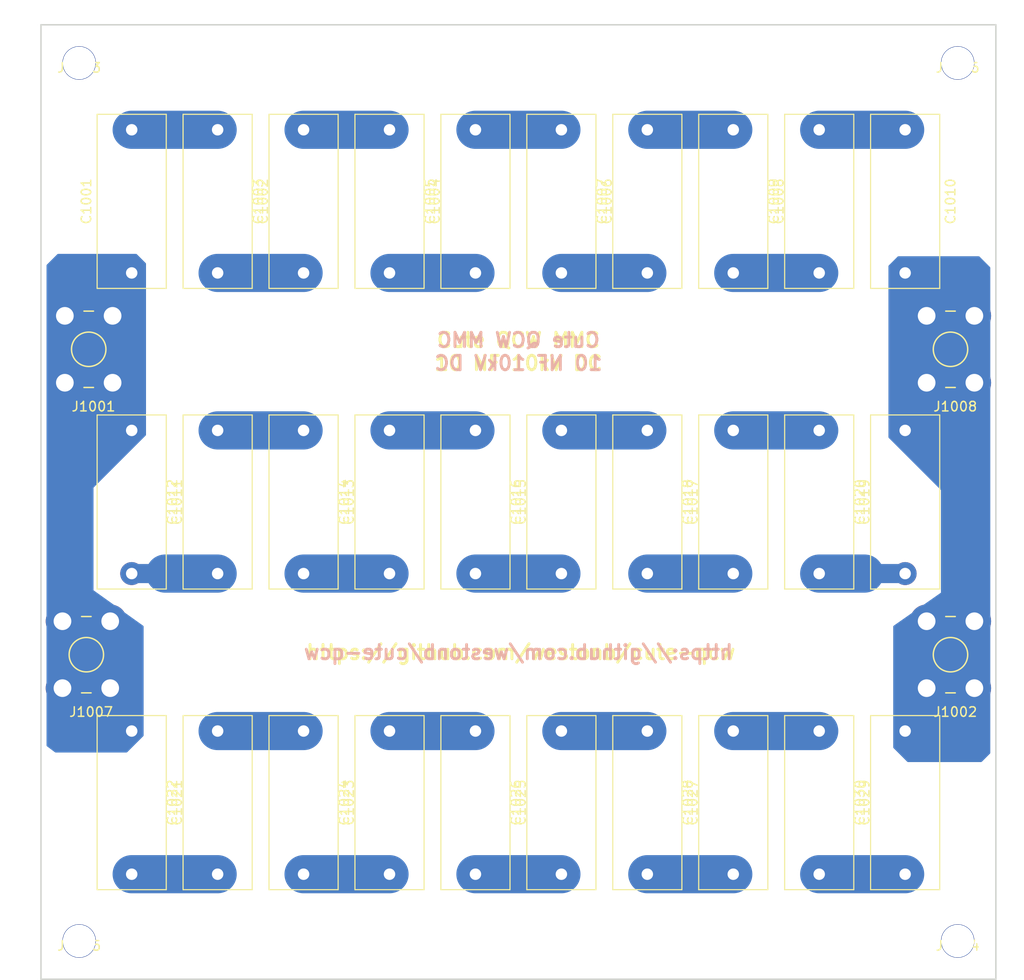
<source format=kicad_pcb>
(kicad_pcb (version 20171130) (host pcbnew 5.0.2-bee76a0~70~ubuntu18.04.1)

  (general
    (thickness 1.6)
    (drawings 10)
    (tracks 29)
    (zones 0)
    (modules 38)
    (nets 30)
  )

  (page A4)
  (layers
    (0 F.Cu signal)
    (31 B.Cu signal)
    (32 B.Adhes user)
    (33 F.Adhes user)
    (34 B.Paste user)
    (35 F.Paste user)
    (36 B.SilkS user)
    (37 F.SilkS user)
    (38 B.Mask user)
    (39 F.Mask user)
    (40 Dwgs.User user)
    (41 Cmts.User user)
    (42 Eco1.User user)
    (43 Eco2.User user)
    (44 Edge.Cuts user)
    (45 Margin user)
    (46 B.CrtYd user)
    (47 F.CrtYd user)
    (48 B.Fab user)
    (49 F.Fab user)
  )

  (setup
    (last_trace_width 4)
    (user_trace_width 2)
    (user_trace_width 4)
    (trace_clearance 0.2)
    (zone_clearance 0.508)
    (zone_45_only no)
    (trace_min 0.2)
    (segment_width 0.2)
    (edge_width 0.15)
    (via_size 0.8)
    (via_drill 0.4)
    (via_min_size 0.4)
    (via_min_drill 0.3)
    (uvia_size 0.3)
    (uvia_drill 0.1)
    (uvias_allowed no)
    (uvia_min_size 0.2)
    (uvia_min_drill 0.1)
    (pcb_text_width 0.3)
    (pcb_text_size 1.5 1.5)
    (mod_edge_width 0.15)
    (mod_text_size 1 1)
    (mod_text_width 0.15)
    (pad_size 1.524 1.524)
    (pad_drill 0.762)
    (pad_to_mask_clearance 0.051)
    (solder_mask_min_width 0.25)
    (aux_axis_origin 0 0)
    (visible_elements FFFFFF7F)
    (pcbplotparams
      (layerselection 0x010f0_ffffffff)
      (usegerberextensions false)
      (usegerberattributes false)
      (usegerberadvancedattributes false)
      (creategerberjobfile false)
      (excludeedgelayer true)
      (linewidth 0.100000)
      (plotframeref false)
      (viasonmask false)
      (mode 1)
      (useauxorigin false)
      (hpglpennumber 1)
      (hpglpenspeed 20)
      (hpglpendiameter 15.000000)
      (psnegative false)
      (psa4output false)
      (plotreference false)
      (plotvalue false)
      (plotinvisibletext false)
      (padsonsilk false)
      (subtractmaskfromsilk false)
      (outputformat 1)
      (mirror false)
      (drillshape 0)
      (scaleselection 1)
      (outputdirectory "../../../gerbers/mmc/"))
  )

  (net 0 "")
  (net 1 "Net-(C1001-Pad1)")
  (net 2 "Net-(C1001-Pad2)")
  (net 3 "Net-(C1002-Pad2)")
  (net 4 "Net-(C1003-Pad2)")
  (net 5 "Net-(C1004-Pad2)")
  (net 6 "Net-(C1013-Pad2)")
  (net 7 "Net-(C1014-Pad2)")
  (net 8 "Net-(C1015-Pad2)")
  (net 9 "Net-(C1025-Pad2)")
  (net 10 "Net-(C1026-Pad2)")
  (net 11 "Net-(C1005-Pad2)")
  (net 12 "Net-(C1006-Pad2)")
  (net 13 "Net-(C1007-Pad2)")
  (net 14 "Net-(C1008-Pad2)")
  (net 15 "Net-(C1009-Pad2)")
  (net 16 "Net-(C1010-Pad2)")
  (net 17 "Net-(C1011-Pad2)")
  (net 18 "Net-(C1012-Pad2)")
  (net 19 "Net-(C1016-Pad2)")
  (net 20 "Net-(C1017-Pad2)")
  (net 21 "Net-(C1018-Pad2)")
  (net 22 "Net-(C1019-Pad2)")
  (net 23 "Net-(C1021-Pad2)")
  (net 24 "Net-(C1022-Pad2)")
  (net 25 "Net-(C1023-Pad2)")
  (net 26 "Net-(C1024-Pad2)")
  (net 27 "Net-(C1027-Pad2)")
  (net 28 "Net-(C1028-Pad2)")
  (net 29 "Net-(C1029-Pad2)")

  (net_class Default "This is the default net class."
    (clearance 0.2)
    (trace_width 0.25)
    (via_dia 0.8)
    (via_drill 0.4)
    (uvia_dia 0.3)
    (uvia_drill 0.1)
    (add_net "Net-(C1001-Pad1)")
    (add_net "Net-(C1001-Pad2)")
    (add_net "Net-(C1002-Pad2)")
    (add_net "Net-(C1003-Pad2)")
    (add_net "Net-(C1004-Pad2)")
    (add_net "Net-(C1005-Pad2)")
    (add_net "Net-(C1006-Pad2)")
    (add_net "Net-(C1007-Pad2)")
    (add_net "Net-(C1008-Pad2)")
    (add_net "Net-(C1009-Pad2)")
    (add_net "Net-(C1010-Pad2)")
    (add_net "Net-(C1011-Pad2)")
    (add_net "Net-(C1012-Pad2)")
    (add_net "Net-(C1013-Pad2)")
    (add_net "Net-(C1014-Pad2)")
    (add_net "Net-(C1015-Pad2)")
    (add_net "Net-(C1016-Pad2)")
    (add_net "Net-(C1017-Pad2)")
    (add_net "Net-(C1018-Pad2)")
    (add_net "Net-(C1019-Pad2)")
    (add_net "Net-(C1021-Pad2)")
    (add_net "Net-(C1022-Pad2)")
    (add_net "Net-(C1023-Pad2)")
    (add_net "Net-(C1024-Pad2)")
    (add_net "Net-(C1025-Pad2)")
    (add_net "Net-(C1026-Pad2)")
    (add_net "Net-(C1027-Pad2)")
    (add_net "Net-(C1028-Pad2)")
    (add_net "Net-(C1029-Pad2)")
  )

  (module Capacitor_THT:C_Rect_L18.0mm_W7.0mm_P15.00mm_FKS3_FKP3 (layer F.Cu) (tedit 5AE50EF0) (tstamp 5C833AE3)
    (at 59.5 86 90)
    (descr "C, Rect series, Radial, pin pitch=15.00mm, , length*width=18*7mm^2, Capacitor, http://www.wima.com/EN/WIMA_FKS_3.pdf")
    (tags "C Rect series Radial pin pitch 15.00mm  length 18mm width 7mm Capacitor")
    (path /5C481CD8)
    (fp_text reference C1001 (at 7.5 -4.75 90) (layer F.SilkS)
      (effects (font (size 1 1) (thickness 0.15)))
    )
    (fp_text value 33n (at 7.5 4.75 90) (layer F.Fab)
      (effects (font (size 1 1) (thickness 0.15)))
    )
    (fp_line (start -1.5 -3.5) (end -1.5 3.5) (layer F.Fab) (width 0.1))
    (fp_line (start -1.5 3.5) (end 16.5 3.5) (layer F.Fab) (width 0.1))
    (fp_line (start 16.5 3.5) (end 16.5 -3.5) (layer F.Fab) (width 0.1))
    (fp_line (start 16.5 -3.5) (end -1.5 -3.5) (layer F.Fab) (width 0.1))
    (fp_line (start -1.62 -3.62) (end 16.62 -3.62) (layer F.SilkS) (width 0.12))
    (fp_line (start -1.62 3.62) (end 16.62 3.62) (layer F.SilkS) (width 0.12))
    (fp_line (start -1.62 -3.62) (end -1.62 3.62) (layer F.SilkS) (width 0.12))
    (fp_line (start 16.62 -3.62) (end 16.62 3.62) (layer F.SilkS) (width 0.12))
    (fp_line (start -1.75 -3.75) (end -1.75 3.75) (layer F.CrtYd) (width 0.05))
    (fp_line (start -1.75 3.75) (end 16.75 3.75) (layer F.CrtYd) (width 0.05))
    (fp_line (start 16.75 3.75) (end 16.75 -3.75) (layer F.CrtYd) (width 0.05))
    (fp_line (start 16.75 -3.75) (end -1.75 -3.75) (layer F.CrtYd) (width 0.05))
    (fp_text user %R (at 7.5 0 90) (layer F.Fab)
      (effects (font (size 1 1) (thickness 0.15)))
    )
    (pad 1 thru_hole circle (at 0 0 90) (size 2.4 2.4) (drill 1.2) (layers *.Cu *.Mask)
      (net 1 "Net-(C1001-Pad1)"))
    (pad 2 thru_hole circle (at 15 0 90) (size 2.4 2.4) (drill 1.2) (layers *.Cu *.Mask)
      (net 2 "Net-(C1001-Pad2)"))
    (model ${KISYS3DMOD}/Capacitor_THT.3dshapes/C_Rect_L18.0mm_W7.0mm_P15.00mm_FKS3_FKP3.wrl
      (at (xyz 0 0 0))
      (scale (xyz 1 1 1))
      (rotate (xyz 0 0 0))
    )
  )

  (module Capacitor_THT:C_Rect_L18.0mm_W7.0mm_P15.00mm_FKS3_FKP3 (layer F.Cu) (tedit 5AE50EF0) (tstamp 5C831BB4)
    (at 68.5 71 270)
    (descr "C, Rect series, Radial, pin pitch=15.00mm, , length*width=18*7mm^2, Capacitor, http://www.wima.com/EN/WIMA_FKS_3.pdf")
    (tags "C Rect series Radial pin pitch 15.00mm  length 18mm width 7mm Capacitor")
    (path /5C598884)
    (fp_text reference C1002 (at 7.5 -4.75 270) (layer F.SilkS)
      (effects (font (size 1 1) (thickness 0.15)))
    )
    (fp_text value 33n (at 7.5 4.75 270) (layer F.Fab)
      (effects (font (size 1 1) (thickness 0.15)))
    )
    (fp_text user %R (at 7.5 0 270) (layer F.Fab)
      (effects (font (size 1 1) (thickness 0.15)))
    )
    (fp_line (start 16.75 -3.75) (end -1.75 -3.75) (layer F.CrtYd) (width 0.05))
    (fp_line (start 16.75 3.75) (end 16.75 -3.75) (layer F.CrtYd) (width 0.05))
    (fp_line (start -1.75 3.75) (end 16.75 3.75) (layer F.CrtYd) (width 0.05))
    (fp_line (start -1.75 -3.75) (end -1.75 3.75) (layer F.CrtYd) (width 0.05))
    (fp_line (start 16.62 -3.62) (end 16.62 3.62) (layer F.SilkS) (width 0.12))
    (fp_line (start -1.62 -3.62) (end -1.62 3.62) (layer F.SilkS) (width 0.12))
    (fp_line (start -1.62 3.62) (end 16.62 3.62) (layer F.SilkS) (width 0.12))
    (fp_line (start -1.62 -3.62) (end 16.62 -3.62) (layer F.SilkS) (width 0.12))
    (fp_line (start 16.5 -3.5) (end -1.5 -3.5) (layer F.Fab) (width 0.1))
    (fp_line (start 16.5 3.5) (end 16.5 -3.5) (layer F.Fab) (width 0.1))
    (fp_line (start -1.5 3.5) (end 16.5 3.5) (layer F.Fab) (width 0.1))
    (fp_line (start -1.5 -3.5) (end -1.5 3.5) (layer F.Fab) (width 0.1))
    (pad 2 thru_hole circle (at 15 0 270) (size 2.4 2.4) (drill 1.2) (layers *.Cu *.Mask)
      (net 3 "Net-(C1002-Pad2)"))
    (pad 1 thru_hole circle (at 0 0 270) (size 2.4 2.4) (drill 1.2) (layers *.Cu *.Mask)
      (net 2 "Net-(C1001-Pad2)"))
    (model ${KISYS3DMOD}/Capacitor_THT.3dshapes/C_Rect_L18.0mm_W7.0mm_P15.00mm_FKS3_FKP3.wrl
      (at (xyz 0 0 0))
      (scale (xyz 1 1 1))
      (rotate (xyz 0 0 0))
    )
  )

  (module Capacitor_THT:C_Rect_L18.0mm_W7.0mm_P15.00mm_FKS3_FKP3 (layer F.Cu) (tedit 5AE50EF0) (tstamp 5C831BC7)
    (at 77.5 86 90)
    (descr "C, Rect series, Radial, pin pitch=15.00mm, , length*width=18*7mm^2, Capacitor, http://www.wima.com/EN/WIMA_FKS_3.pdf")
    (tags "C Rect series Radial pin pitch 15.00mm  length 18mm width 7mm Capacitor")
    (path /5C5988C0)
    (fp_text reference C1003 (at 7.5 -4.75 90) (layer F.SilkS)
      (effects (font (size 1 1) (thickness 0.15)))
    )
    (fp_text value 33n (at 7.5 4.75 90) (layer F.Fab)
      (effects (font (size 1 1) (thickness 0.15)))
    )
    (fp_line (start -1.5 -3.5) (end -1.5 3.5) (layer F.Fab) (width 0.1))
    (fp_line (start -1.5 3.5) (end 16.5 3.5) (layer F.Fab) (width 0.1))
    (fp_line (start 16.5 3.5) (end 16.5 -3.5) (layer F.Fab) (width 0.1))
    (fp_line (start 16.5 -3.5) (end -1.5 -3.5) (layer F.Fab) (width 0.1))
    (fp_line (start -1.62 -3.62) (end 16.62 -3.62) (layer F.SilkS) (width 0.12))
    (fp_line (start -1.62 3.62) (end 16.62 3.62) (layer F.SilkS) (width 0.12))
    (fp_line (start -1.62 -3.62) (end -1.62 3.62) (layer F.SilkS) (width 0.12))
    (fp_line (start 16.62 -3.62) (end 16.62 3.62) (layer F.SilkS) (width 0.12))
    (fp_line (start -1.75 -3.75) (end -1.75 3.75) (layer F.CrtYd) (width 0.05))
    (fp_line (start -1.75 3.75) (end 16.75 3.75) (layer F.CrtYd) (width 0.05))
    (fp_line (start 16.75 3.75) (end 16.75 -3.75) (layer F.CrtYd) (width 0.05))
    (fp_line (start 16.75 -3.75) (end -1.75 -3.75) (layer F.CrtYd) (width 0.05))
    (fp_text user %R (at 7.5 0 90) (layer F.Fab)
      (effects (font (size 1 1) (thickness 0.15)))
    )
    (pad 1 thru_hole circle (at 0 0 90) (size 2.4 2.4) (drill 1.2) (layers *.Cu *.Mask)
      (net 3 "Net-(C1002-Pad2)"))
    (pad 2 thru_hole circle (at 15 0 90) (size 2.4 2.4) (drill 1.2) (layers *.Cu *.Mask)
      (net 4 "Net-(C1003-Pad2)"))
    (model ${KISYS3DMOD}/Capacitor_THT.3dshapes/C_Rect_L18.0mm_W7.0mm_P15.00mm_FKS3_FKP3.wrl
      (at (xyz 0 0 0))
      (scale (xyz 1 1 1))
      (rotate (xyz 0 0 0))
    )
  )

  (module Capacitor_THT:C_Rect_L18.0mm_W7.0mm_P15.00mm_FKS3_FKP3 (layer F.Cu) (tedit 5AE50EF0) (tstamp 5C8335E1)
    (at 86.5 71 270)
    (descr "C, Rect series, Radial, pin pitch=15.00mm, , length*width=18*7mm^2, Capacitor, http://www.wima.com/EN/WIMA_FKS_3.pdf")
    (tags "C Rect series Radial pin pitch 15.00mm  length 18mm width 7mm Capacitor")
    (path /5C598902)
    (fp_text reference C1004 (at 7.5 -4.75 270) (layer F.SilkS)
      (effects (font (size 1 1) (thickness 0.15)))
    )
    (fp_text value 33n (at 7.5 4.75 270) (layer F.Fab)
      (effects (font (size 1 1) (thickness 0.15)))
    )
    (fp_text user %R (at 7.5 0 270) (layer F.Fab)
      (effects (font (size 1 1) (thickness 0.15)))
    )
    (fp_line (start 16.75 -3.75) (end -1.75 -3.75) (layer F.CrtYd) (width 0.05))
    (fp_line (start 16.75 3.75) (end 16.75 -3.75) (layer F.CrtYd) (width 0.05))
    (fp_line (start -1.75 3.75) (end 16.75 3.75) (layer F.CrtYd) (width 0.05))
    (fp_line (start -1.75 -3.75) (end -1.75 3.75) (layer F.CrtYd) (width 0.05))
    (fp_line (start 16.62 -3.62) (end 16.62 3.62) (layer F.SilkS) (width 0.12))
    (fp_line (start -1.62 -3.62) (end -1.62 3.62) (layer F.SilkS) (width 0.12))
    (fp_line (start -1.62 3.62) (end 16.62 3.62) (layer F.SilkS) (width 0.12))
    (fp_line (start -1.62 -3.62) (end 16.62 -3.62) (layer F.SilkS) (width 0.12))
    (fp_line (start 16.5 -3.5) (end -1.5 -3.5) (layer F.Fab) (width 0.1))
    (fp_line (start 16.5 3.5) (end 16.5 -3.5) (layer F.Fab) (width 0.1))
    (fp_line (start -1.5 3.5) (end 16.5 3.5) (layer F.Fab) (width 0.1))
    (fp_line (start -1.5 -3.5) (end -1.5 3.5) (layer F.Fab) (width 0.1))
    (pad 2 thru_hole circle (at 15 0 270) (size 2.4 2.4) (drill 1.2) (layers *.Cu *.Mask)
      (net 5 "Net-(C1004-Pad2)"))
    (pad 1 thru_hole circle (at 0 0 270) (size 2.4 2.4) (drill 1.2) (layers *.Cu *.Mask)
      (net 4 "Net-(C1003-Pad2)"))
    (model ${KISYS3DMOD}/Capacitor_THT.3dshapes/C_Rect_L18.0mm_W7.0mm_P15.00mm_FKS3_FKP3.wrl
      (at (xyz 0 0 0))
      (scale (xyz 1 1 1))
      (rotate (xyz 0 0 0))
    )
  )

  (module Capacitor_THT:C_Rect_L18.0mm_W7.0mm_P15.00mm_FKS3_FKP3 (layer F.Cu) (tedit 5AE50EF0) (tstamp 5C83348A)
    (at 95.5 86 90)
    (descr "C, Rect series, Radial, pin pitch=15.00mm, , length*width=18*7mm^2, Capacitor, http://www.wima.com/EN/WIMA_FKS_3.pdf")
    (tags "C Rect series Radial pin pitch 15.00mm  length 18mm width 7mm Capacitor")
    (path /5C598942)
    (fp_text reference C1005 (at 7.5 -4.75 90) (layer F.SilkS)
      (effects (font (size 1 1) (thickness 0.15)))
    )
    (fp_text value 33n (at 7.5 4.75 90) (layer F.Fab)
      (effects (font (size 1 1) (thickness 0.15)))
    )
    (fp_line (start -1.5 -3.5) (end -1.5 3.5) (layer F.Fab) (width 0.1))
    (fp_line (start -1.5 3.5) (end 16.5 3.5) (layer F.Fab) (width 0.1))
    (fp_line (start 16.5 3.5) (end 16.5 -3.5) (layer F.Fab) (width 0.1))
    (fp_line (start 16.5 -3.5) (end -1.5 -3.5) (layer F.Fab) (width 0.1))
    (fp_line (start -1.62 -3.62) (end 16.62 -3.62) (layer F.SilkS) (width 0.12))
    (fp_line (start -1.62 3.62) (end 16.62 3.62) (layer F.SilkS) (width 0.12))
    (fp_line (start -1.62 -3.62) (end -1.62 3.62) (layer F.SilkS) (width 0.12))
    (fp_line (start 16.62 -3.62) (end 16.62 3.62) (layer F.SilkS) (width 0.12))
    (fp_line (start -1.75 -3.75) (end -1.75 3.75) (layer F.CrtYd) (width 0.05))
    (fp_line (start -1.75 3.75) (end 16.75 3.75) (layer F.CrtYd) (width 0.05))
    (fp_line (start 16.75 3.75) (end 16.75 -3.75) (layer F.CrtYd) (width 0.05))
    (fp_line (start 16.75 -3.75) (end -1.75 -3.75) (layer F.CrtYd) (width 0.05))
    (fp_text user %R (at 7.5 0 90) (layer F.Fab)
      (effects (font (size 1 1) (thickness 0.15)))
    )
    (pad 1 thru_hole circle (at 0 0 90) (size 2.4 2.4) (drill 1.2) (layers *.Cu *.Mask)
      (net 5 "Net-(C1004-Pad2)"))
    (pad 2 thru_hole circle (at 15 0 90) (size 2.4 2.4) (drill 1.2) (layers *.Cu *.Mask)
      (net 11 "Net-(C1005-Pad2)"))
    (model ${KISYS3DMOD}/Capacitor_THT.3dshapes/C_Rect_L18.0mm_W7.0mm_P15.00mm_FKS3_FKP3.wrl
      (at (xyz 0 0 0))
      (scale (xyz 1 1 1))
      (rotate (xyz 0 0 0))
    )
  )

  (module Capacitor_THT:C_Rect_L18.0mm_W7.0mm_P15.00mm_FKS3_FKP3 (layer F.Cu) (tedit 5AE50EF0) (tstamp 5C831C00)
    (at 104.5 71 270)
    (descr "C, Rect series, Radial, pin pitch=15.00mm, , length*width=18*7mm^2, Capacitor, http://www.wima.com/EN/WIMA_FKS_3.pdf")
    (tags "C Rect series Radial pin pitch 15.00mm  length 18mm width 7mm Capacitor")
    (path /5C598980)
    (fp_text reference C1006 (at 7.5 -4.75 270) (layer F.SilkS)
      (effects (font (size 1 1) (thickness 0.15)))
    )
    (fp_text value 33n (at 7.5 4.75 270) (layer F.Fab)
      (effects (font (size 1 1) (thickness 0.15)))
    )
    (fp_text user %R (at 7.5 0 270) (layer F.Fab)
      (effects (font (size 1 1) (thickness 0.15)))
    )
    (fp_line (start 16.75 -3.75) (end -1.75 -3.75) (layer F.CrtYd) (width 0.05))
    (fp_line (start 16.75 3.75) (end 16.75 -3.75) (layer F.CrtYd) (width 0.05))
    (fp_line (start -1.75 3.75) (end 16.75 3.75) (layer F.CrtYd) (width 0.05))
    (fp_line (start -1.75 -3.75) (end -1.75 3.75) (layer F.CrtYd) (width 0.05))
    (fp_line (start 16.62 -3.62) (end 16.62 3.62) (layer F.SilkS) (width 0.12))
    (fp_line (start -1.62 -3.62) (end -1.62 3.62) (layer F.SilkS) (width 0.12))
    (fp_line (start -1.62 3.62) (end 16.62 3.62) (layer F.SilkS) (width 0.12))
    (fp_line (start -1.62 -3.62) (end 16.62 -3.62) (layer F.SilkS) (width 0.12))
    (fp_line (start 16.5 -3.5) (end -1.5 -3.5) (layer F.Fab) (width 0.1))
    (fp_line (start 16.5 3.5) (end 16.5 -3.5) (layer F.Fab) (width 0.1))
    (fp_line (start -1.5 3.5) (end 16.5 3.5) (layer F.Fab) (width 0.1))
    (fp_line (start -1.5 -3.5) (end -1.5 3.5) (layer F.Fab) (width 0.1))
    (pad 2 thru_hole circle (at 15 0 270) (size 2.4 2.4) (drill 1.2) (layers *.Cu *.Mask)
      (net 12 "Net-(C1006-Pad2)"))
    (pad 1 thru_hole circle (at 0 0 270) (size 2.4 2.4) (drill 1.2) (layers *.Cu *.Mask)
      (net 11 "Net-(C1005-Pad2)"))
    (model ${KISYS3DMOD}/Capacitor_THT.3dshapes/C_Rect_L18.0mm_W7.0mm_P15.00mm_FKS3_FKP3.wrl
      (at (xyz 0 0 0))
      (scale (xyz 1 1 1))
      (rotate (xyz 0 0 0))
    )
  )

  (module Capacitor_THT:C_Rect_L18.0mm_W7.0mm_P15.00mm_FKS3_FKP3 (layer F.Cu) (tedit 5AE50EF0) (tstamp 5C831C13)
    (at 113.5 86 90)
    (descr "C, Rect series, Radial, pin pitch=15.00mm, , length*width=18*7mm^2, Capacitor, http://www.wima.com/EN/WIMA_FKS_3.pdf")
    (tags "C Rect series Radial pin pitch 15.00mm  length 18mm width 7mm Capacitor")
    (path /5C5989C4)
    (fp_text reference C1007 (at 7.5 -4.75 90) (layer F.SilkS)
      (effects (font (size 1 1) (thickness 0.15)))
    )
    (fp_text value 33n (at 7.5 4.75 90) (layer F.Fab)
      (effects (font (size 1 1) (thickness 0.15)))
    )
    (fp_line (start -1.5 -3.5) (end -1.5 3.5) (layer F.Fab) (width 0.1))
    (fp_line (start -1.5 3.5) (end 16.5 3.5) (layer F.Fab) (width 0.1))
    (fp_line (start 16.5 3.5) (end 16.5 -3.5) (layer F.Fab) (width 0.1))
    (fp_line (start 16.5 -3.5) (end -1.5 -3.5) (layer F.Fab) (width 0.1))
    (fp_line (start -1.62 -3.62) (end 16.62 -3.62) (layer F.SilkS) (width 0.12))
    (fp_line (start -1.62 3.62) (end 16.62 3.62) (layer F.SilkS) (width 0.12))
    (fp_line (start -1.62 -3.62) (end -1.62 3.62) (layer F.SilkS) (width 0.12))
    (fp_line (start 16.62 -3.62) (end 16.62 3.62) (layer F.SilkS) (width 0.12))
    (fp_line (start -1.75 -3.75) (end -1.75 3.75) (layer F.CrtYd) (width 0.05))
    (fp_line (start -1.75 3.75) (end 16.75 3.75) (layer F.CrtYd) (width 0.05))
    (fp_line (start 16.75 3.75) (end 16.75 -3.75) (layer F.CrtYd) (width 0.05))
    (fp_line (start 16.75 -3.75) (end -1.75 -3.75) (layer F.CrtYd) (width 0.05))
    (fp_text user %R (at 7.5 0 90) (layer F.Fab)
      (effects (font (size 1 1) (thickness 0.15)))
    )
    (pad 1 thru_hole circle (at 0 0 90) (size 2.4 2.4) (drill 1.2) (layers *.Cu *.Mask)
      (net 12 "Net-(C1006-Pad2)"))
    (pad 2 thru_hole circle (at 15 0 90) (size 2.4 2.4) (drill 1.2) (layers *.Cu *.Mask)
      (net 13 "Net-(C1007-Pad2)"))
    (model ${KISYS3DMOD}/Capacitor_THT.3dshapes/C_Rect_L18.0mm_W7.0mm_P15.00mm_FKS3_FKP3.wrl
      (at (xyz 0 0 0))
      (scale (xyz 1 1 1))
      (rotate (xyz 0 0 0))
    )
  )

  (module Capacitor_THT:C_Rect_L18.0mm_W7.0mm_P15.00mm_FKS3_FKP3 (layer F.Cu) (tedit 5AE50EF0) (tstamp 5C831C26)
    (at 122.5 71 270)
    (descr "C, Rect series, Radial, pin pitch=15.00mm, , length*width=18*7mm^2, Capacitor, http://www.wima.com/EN/WIMA_FKS_3.pdf")
    (tags "C Rect series Radial pin pitch 15.00mm  length 18mm width 7mm Capacitor")
    (path /5C598A06)
    (fp_text reference C1008 (at 7.5 -4.75 270) (layer F.SilkS)
      (effects (font (size 1 1) (thickness 0.15)))
    )
    (fp_text value 33n (at 7.5 4.75 270) (layer F.Fab)
      (effects (font (size 1 1) (thickness 0.15)))
    )
    (fp_text user %R (at 7.5 0 270) (layer F.Fab)
      (effects (font (size 1 1) (thickness 0.15)))
    )
    (fp_line (start 16.75 -3.75) (end -1.75 -3.75) (layer F.CrtYd) (width 0.05))
    (fp_line (start 16.75 3.75) (end 16.75 -3.75) (layer F.CrtYd) (width 0.05))
    (fp_line (start -1.75 3.75) (end 16.75 3.75) (layer F.CrtYd) (width 0.05))
    (fp_line (start -1.75 -3.75) (end -1.75 3.75) (layer F.CrtYd) (width 0.05))
    (fp_line (start 16.62 -3.62) (end 16.62 3.62) (layer F.SilkS) (width 0.12))
    (fp_line (start -1.62 -3.62) (end -1.62 3.62) (layer F.SilkS) (width 0.12))
    (fp_line (start -1.62 3.62) (end 16.62 3.62) (layer F.SilkS) (width 0.12))
    (fp_line (start -1.62 -3.62) (end 16.62 -3.62) (layer F.SilkS) (width 0.12))
    (fp_line (start 16.5 -3.5) (end -1.5 -3.5) (layer F.Fab) (width 0.1))
    (fp_line (start 16.5 3.5) (end 16.5 -3.5) (layer F.Fab) (width 0.1))
    (fp_line (start -1.5 3.5) (end 16.5 3.5) (layer F.Fab) (width 0.1))
    (fp_line (start -1.5 -3.5) (end -1.5 3.5) (layer F.Fab) (width 0.1))
    (pad 2 thru_hole circle (at 15 0 270) (size 2.4 2.4) (drill 1.2) (layers *.Cu *.Mask)
      (net 14 "Net-(C1008-Pad2)"))
    (pad 1 thru_hole circle (at 0 0 270) (size 2.4 2.4) (drill 1.2) (layers *.Cu *.Mask)
      (net 13 "Net-(C1007-Pad2)"))
    (model ${KISYS3DMOD}/Capacitor_THT.3dshapes/C_Rect_L18.0mm_W7.0mm_P15.00mm_FKS3_FKP3.wrl
      (at (xyz 0 0 0))
      (scale (xyz 1 1 1))
      (rotate (xyz 0 0 0))
    )
  )

  (module Capacitor_THT:C_Rect_L18.0mm_W7.0mm_P15.00mm_FKS3_FKP3 (layer F.Cu) (tedit 5AE50EF0) (tstamp 5C831C39)
    (at 131.5 86 90)
    (descr "C, Rect series, Radial, pin pitch=15.00mm, , length*width=18*7mm^2, Capacitor, http://www.wima.com/EN/WIMA_FKS_3.pdf")
    (tags "C Rect series Radial pin pitch 15.00mm  length 18mm width 7mm Capacitor")
    (path /5C598A83)
    (fp_text reference C1009 (at 7.5 -4.75 90) (layer F.SilkS)
      (effects (font (size 1 1) (thickness 0.15)))
    )
    (fp_text value 33n (at 7.5 4.75 90) (layer F.Fab)
      (effects (font (size 1 1) (thickness 0.15)))
    )
    (fp_line (start -1.5 -3.5) (end -1.5 3.5) (layer F.Fab) (width 0.1))
    (fp_line (start -1.5 3.5) (end 16.5 3.5) (layer F.Fab) (width 0.1))
    (fp_line (start 16.5 3.5) (end 16.5 -3.5) (layer F.Fab) (width 0.1))
    (fp_line (start 16.5 -3.5) (end -1.5 -3.5) (layer F.Fab) (width 0.1))
    (fp_line (start -1.62 -3.62) (end 16.62 -3.62) (layer F.SilkS) (width 0.12))
    (fp_line (start -1.62 3.62) (end 16.62 3.62) (layer F.SilkS) (width 0.12))
    (fp_line (start -1.62 -3.62) (end -1.62 3.62) (layer F.SilkS) (width 0.12))
    (fp_line (start 16.62 -3.62) (end 16.62 3.62) (layer F.SilkS) (width 0.12))
    (fp_line (start -1.75 -3.75) (end -1.75 3.75) (layer F.CrtYd) (width 0.05))
    (fp_line (start -1.75 3.75) (end 16.75 3.75) (layer F.CrtYd) (width 0.05))
    (fp_line (start 16.75 3.75) (end 16.75 -3.75) (layer F.CrtYd) (width 0.05))
    (fp_line (start 16.75 -3.75) (end -1.75 -3.75) (layer F.CrtYd) (width 0.05))
    (fp_text user %R (at 7.5 0 90) (layer F.Fab)
      (effects (font (size 1 1) (thickness 0.15)))
    )
    (pad 1 thru_hole circle (at 0 0 90) (size 2.4 2.4) (drill 1.2) (layers *.Cu *.Mask)
      (net 14 "Net-(C1008-Pad2)"))
    (pad 2 thru_hole circle (at 15 0 90) (size 2.4 2.4) (drill 1.2) (layers *.Cu *.Mask)
      (net 15 "Net-(C1009-Pad2)"))
    (model ${KISYS3DMOD}/Capacitor_THT.3dshapes/C_Rect_L18.0mm_W7.0mm_P15.00mm_FKS3_FKP3.wrl
      (at (xyz 0 0 0))
      (scale (xyz 1 1 1))
      (rotate (xyz 0 0 0))
    )
  )

  (module Capacitor_THT:C_Rect_L18.0mm_W7.0mm_P15.00mm_FKS3_FKP3 (layer F.Cu) (tedit 5AE50EF0) (tstamp 5C831C4C)
    (at 140.5 71 270)
    (descr "C, Rect series, Radial, pin pitch=15.00mm, , length*width=18*7mm^2, Capacitor, http://www.wima.com/EN/WIMA_FKS_3.pdf")
    (tags "C Rect series Radial pin pitch 15.00mm  length 18mm width 7mm Capacitor")
    (path /5C598ACD)
    (fp_text reference C1010 (at 7.5 -4.75 270) (layer F.SilkS)
      (effects (font (size 1 1) (thickness 0.15)))
    )
    (fp_text value 33n (at 7.5 4.75 270) (layer F.Fab)
      (effects (font (size 1 1) (thickness 0.15)))
    )
    (fp_text user %R (at 7.5 0 270) (layer F.Fab)
      (effects (font (size 1 1) (thickness 0.15)))
    )
    (fp_line (start 16.75 -3.75) (end -1.75 -3.75) (layer F.CrtYd) (width 0.05))
    (fp_line (start 16.75 3.75) (end 16.75 -3.75) (layer F.CrtYd) (width 0.05))
    (fp_line (start -1.75 3.75) (end 16.75 3.75) (layer F.CrtYd) (width 0.05))
    (fp_line (start -1.75 -3.75) (end -1.75 3.75) (layer F.CrtYd) (width 0.05))
    (fp_line (start 16.62 -3.62) (end 16.62 3.62) (layer F.SilkS) (width 0.12))
    (fp_line (start -1.62 -3.62) (end -1.62 3.62) (layer F.SilkS) (width 0.12))
    (fp_line (start -1.62 3.62) (end 16.62 3.62) (layer F.SilkS) (width 0.12))
    (fp_line (start -1.62 -3.62) (end 16.62 -3.62) (layer F.SilkS) (width 0.12))
    (fp_line (start 16.5 -3.5) (end -1.5 -3.5) (layer F.Fab) (width 0.1))
    (fp_line (start 16.5 3.5) (end 16.5 -3.5) (layer F.Fab) (width 0.1))
    (fp_line (start -1.5 3.5) (end 16.5 3.5) (layer F.Fab) (width 0.1))
    (fp_line (start -1.5 -3.5) (end -1.5 3.5) (layer F.Fab) (width 0.1))
    (pad 2 thru_hole circle (at 15 0 270) (size 2.4 2.4) (drill 1.2) (layers *.Cu *.Mask)
      (net 16 "Net-(C1010-Pad2)"))
    (pad 1 thru_hole circle (at 0 0 270) (size 2.4 2.4) (drill 1.2) (layers *.Cu *.Mask)
      (net 15 "Net-(C1009-Pad2)"))
    (model ${KISYS3DMOD}/Capacitor_THT.3dshapes/C_Rect_L18.0mm_W7.0mm_P15.00mm_FKS3_FKP3.wrl
      (at (xyz 0 0 0))
      (scale (xyz 1 1 1))
      (rotate (xyz 0 0 0))
    )
  )

  (module Capacitor_THT:C_Rect_L18.0mm_W7.0mm_P15.00mm_FKS3_FKP3 (layer F.Cu) (tedit 5AE50EF0) (tstamp 5C833A51)
    (at 59.5 102.5 270)
    (descr "C, Rect series, Radial, pin pitch=15.00mm, , length*width=18*7mm^2, Capacitor, http://www.wima.com/EN/WIMA_FKS_3.pdf")
    (tags "C Rect series Radial pin pitch 15.00mm  length 18mm width 7mm Capacitor")
    (path /5C59DA14)
    (fp_text reference C1011 (at 7.5 -4.75 270) (layer F.SilkS)
      (effects (font (size 1 1) (thickness 0.15)))
    )
    (fp_text value 33n (at 7.5 4.75 270) (layer F.Fab)
      (effects (font (size 1 1) (thickness 0.15)))
    )
    (fp_line (start -1.5 -3.5) (end -1.5 3.5) (layer F.Fab) (width 0.1))
    (fp_line (start -1.5 3.5) (end 16.5 3.5) (layer F.Fab) (width 0.1))
    (fp_line (start 16.5 3.5) (end 16.5 -3.5) (layer F.Fab) (width 0.1))
    (fp_line (start 16.5 -3.5) (end -1.5 -3.5) (layer F.Fab) (width 0.1))
    (fp_line (start -1.62 -3.62) (end 16.62 -3.62) (layer F.SilkS) (width 0.12))
    (fp_line (start -1.62 3.62) (end 16.62 3.62) (layer F.SilkS) (width 0.12))
    (fp_line (start -1.62 -3.62) (end -1.62 3.62) (layer F.SilkS) (width 0.12))
    (fp_line (start 16.62 -3.62) (end 16.62 3.62) (layer F.SilkS) (width 0.12))
    (fp_line (start -1.75 -3.75) (end -1.75 3.75) (layer F.CrtYd) (width 0.05))
    (fp_line (start -1.75 3.75) (end 16.75 3.75) (layer F.CrtYd) (width 0.05))
    (fp_line (start 16.75 3.75) (end 16.75 -3.75) (layer F.CrtYd) (width 0.05))
    (fp_line (start 16.75 -3.75) (end -1.75 -3.75) (layer F.CrtYd) (width 0.05))
    (fp_text user %R (at 7.5 0 270) (layer F.Fab)
      (effects (font (size 1 1) (thickness 0.15)))
    )
    (pad 1 thru_hole circle (at 0 0 270) (size 2.4 2.4) (drill 1.2) (layers *.Cu *.Mask)
      (net 1 "Net-(C1001-Pad1)"))
    (pad 2 thru_hole circle (at 15 0 270) (size 2.4 2.4) (drill 1.2) (layers *.Cu *.Mask)
      (net 17 "Net-(C1011-Pad2)"))
    (model ${KISYS3DMOD}/Capacitor_THT.3dshapes/C_Rect_L18.0mm_W7.0mm_P15.00mm_FKS3_FKP3.wrl
      (at (xyz 0 0 0))
      (scale (xyz 1 1 1))
      (rotate (xyz 0 0 0))
    )
  )

  (module Capacitor_THT:C_Rect_L18.0mm_W7.0mm_P15.00mm_FKS3_FKP3 (layer F.Cu) (tedit 5AE50EF0) (tstamp 5C831C72)
    (at 68.5 117.5 90)
    (descr "C, Rect series, Radial, pin pitch=15.00mm, , length*width=18*7mm^2, Capacitor, http://www.wima.com/EN/WIMA_FKS_3.pdf")
    (tags "C Rect series Radial pin pitch 15.00mm  length 18mm width 7mm Capacitor")
    (path /5C59DA1A)
    (fp_text reference C1012 (at 7.5 -4.75 90) (layer F.SilkS)
      (effects (font (size 1 1) (thickness 0.15)))
    )
    (fp_text value 33n (at 7.5 4.75 90) (layer F.Fab)
      (effects (font (size 1 1) (thickness 0.15)))
    )
    (fp_text user %R (at 7.5 0 90) (layer F.Fab)
      (effects (font (size 1 1) (thickness 0.15)))
    )
    (fp_line (start 16.75 -3.75) (end -1.75 -3.75) (layer F.CrtYd) (width 0.05))
    (fp_line (start 16.75 3.75) (end 16.75 -3.75) (layer F.CrtYd) (width 0.05))
    (fp_line (start -1.75 3.75) (end 16.75 3.75) (layer F.CrtYd) (width 0.05))
    (fp_line (start -1.75 -3.75) (end -1.75 3.75) (layer F.CrtYd) (width 0.05))
    (fp_line (start 16.62 -3.62) (end 16.62 3.62) (layer F.SilkS) (width 0.12))
    (fp_line (start -1.62 -3.62) (end -1.62 3.62) (layer F.SilkS) (width 0.12))
    (fp_line (start -1.62 3.62) (end 16.62 3.62) (layer F.SilkS) (width 0.12))
    (fp_line (start -1.62 -3.62) (end 16.62 -3.62) (layer F.SilkS) (width 0.12))
    (fp_line (start 16.5 -3.5) (end -1.5 -3.5) (layer F.Fab) (width 0.1))
    (fp_line (start 16.5 3.5) (end 16.5 -3.5) (layer F.Fab) (width 0.1))
    (fp_line (start -1.5 3.5) (end 16.5 3.5) (layer F.Fab) (width 0.1))
    (fp_line (start -1.5 -3.5) (end -1.5 3.5) (layer F.Fab) (width 0.1))
    (pad 2 thru_hole circle (at 15 0 90) (size 2.4 2.4) (drill 1.2) (layers *.Cu *.Mask)
      (net 18 "Net-(C1012-Pad2)"))
    (pad 1 thru_hole circle (at 0 0 90) (size 2.4 2.4) (drill 1.2) (layers *.Cu *.Mask)
      (net 17 "Net-(C1011-Pad2)"))
    (model ${KISYS3DMOD}/Capacitor_THT.3dshapes/C_Rect_L18.0mm_W7.0mm_P15.00mm_FKS3_FKP3.wrl
      (at (xyz 0 0 0))
      (scale (xyz 1 1 1))
      (rotate (xyz 0 0 0))
    )
  )

  (module Capacitor_THT:C_Rect_L18.0mm_W7.0mm_P15.00mm_FKS3_FKP3 (layer F.Cu) (tedit 5AE50EF0) (tstamp 5C833253)
    (at 77.5 102.5 270)
    (descr "C, Rect series, Radial, pin pitch=15.00mm, , length*width=18*7mm^2, Capacitor, http://www.wima.com/EN/WIMA_FKS_3.pdf")
    (tags "C Rect series Radial pin pitch 15.00mm  length 18mm width 7mm Capacitor")
    (path /5C59DA20)
    (fp_text reference C1013 (at 7.5 -4.75 270) (layer F.SilkS)
      (effects (font (size 1 1) (thickness 0.15)))
    )
    (fp_text value 33n (at 7.5 4.75 270) (layer F.Fab)
      (effects (font (size 1 1) (thickness 0.15)))
    )
    (fp_text user %R (at 7.5 0 270) (layer F.Fab)
      (effects (font (size 1 1) (thickness 0.15)))
    )
    (fp_line (start 16.75 -3.75) (end -1.75 -3.75) (layer F.CrtYd) (width 0.05))
    (fp_line (start 16.75 3.75) (end 16.75 -3.75) (layer F.CrtYd) (width 0.05))
    (fp_line (start -1.75 3.75) (end 16.75 3.75) (layer F.CrtYd) (width 0.05))
    (fp_line (start -1.75 -3.75) (end -1.75 3.75) (layer F.CrtYd) (width 0.05))
    (fp_line (start 16.62 -3.62) (end 16.62 3.62) (layer F.SilkS) (width 0.12))
    (fp_line (start -1.62 -3.62) (end -1.62 3.62) (layer F.SilkS) (width 0.12))
    (fp_line (start -1.62 3.62) (end 16.62 3.62) (layer F.SilkS) (width 0.12))
    (fp_line (start -1.62 -3.62) (end 16.62 -3.62) (layer F.SilkS) (width 0.12))
    (fp_line (start 16.5 -3.5) (end -1.5 -3.5) (layer F.Fab) (width 0.1))
    (fp_line (start 16.5 3.5) (end 16.5 -3.5) (layer F.Fab) (width 0.1))
    (fp_line (start -1.5 3.5) (end 16.5 3.5) (layer F.Fab) (width 0.1))
    (fp_line (start -1.5 -3.5) (end -1.5 3.5) (layer F.Fab) (width 0.1))
    (pad 2 thru_hole circle (at 15 0 270) (size 2.4 2.4) (drill 1.2) (layers *.Cu *.Mask)
      (net 6 "Net-(C1013-Pad2)"))
    (pad 1 thru_hole circle (at 0 0 270) (size 2.4 2.4) (drill 1.2) (layers *.Cu *.Mask)
      (net 18 "Net-(C1012-Pad2)"))
    (model ${KISYS3DMOD}/Capacitor_THT.3dshapes/C_Rect_L18.0mm_W7.0mm_P15.00mm_FKS3_FKP3.wrl
      (at (xyz 0 0 0))
      (scale (xyz 1 1 1))
      (rotate (xyz 0 0 0))
    )
  )

  (module Capacitor_THT:C_Rect_L18.0mm_W7.0mm_P15.00mm_FKS3_FKP3 (layer F.Cu) (tedit 5AE50EF0) (tstamp 5C833598)
    (at 86.5 117.5 90)
    (descr "C, Rect series, Radial, pin pitch=15.00mm, , length*width=18*7mm^2, Capacitor, http://www.wima.com/EN/WIMA_FKS_3.pdf")
    (tags "C Rect series Radial pin pitch 15.00mm  length 18mm width 7mm Capacitor")
    (path /5C59DA26)
    (fp_text reference C1014 (at 7.5 -4.75 90) (layer F.SilkS)
      (effects (font (size 1 1) (thickness 0.15)))
    )
    (fp_text value 33n (at 7.5 4.75 90) (layer F.Fab)
      (effects (font (size 1 1) (thickness 0.15)))
    )
    (fp_text user %R (at 7.5 0 90) (layer F.Fab)
      (effects (font (size 1 1) (thickness 0.15)))
    )
    (fp_line (start 16.75 -3.75) (end -1.75 -3.75) (layer F.CrtYd) (width 0.05))
    (fp_line (start 16.75 3.75) (end 16.75 -3.75) (layer F.CrtYd) (width 0.05))
    (fp_line (start -1.75 3.75) (end 16.75 3.75) (layer F.CrtYd) (width 0.05))
    (fp_line (start -1.75 -3.75) (end -1.75 3.75) (layer F.CrtYd) (width 0.05))
    (fp_line (start 16.62 -3.62) (end 16.62 3.62) (layer F.SilkS) (width 0.12))
    (fp_line (start -1.62 -3.62) (end -1.62 3.62) (layer F.SilkS) (width 0.12))
    (fp_line (start -1.62 3.62) (end 16.62 3.62) (layer F.SilkS) (width 0.12))
    (fp_line (start -1.62 -3.62) (end 16.62 -3.62) (layer F.SilkS) (width 0.12))
    (fp_line (start 16.5 -3.5) (end -1.5 -3.5) (layer F.Fab) (width 0.1))
    (fp_line (start 16.5 3.5) (end 16.5 -3.5) (layer F.Fab) (width 0.1))
    (fp_line (start -1.5 3.5) (end 16.5 3.5) (layer F.Fab) (width 0.1))
    (fp_line (start -1.5 -3.5) (end -1.5 3.5) (layer F.Fab) (width 0.1))
    (pad 2 thru_hole circle (at 15 0 90) (size 2.4 2.4) (drill 1.2) (layers *.Cu *.Mask)
      (net 7 "Net-(C1014-Pad2)"))
    (pad 1 thru_hole circle (at 0 0 90) (size 2.4 2.4) (drill 1.2) (layers *.Cu *.Mask)
      (net 6 "Net-(C1013-Pad2)"))
    (model ${KISYS3DMOD}/Capacitor_THT.3dshapes/C_Rect_L18.0mm_W7.0mm_P15.00mm_FKS3_FKP3.wrl
      (at (xyz 0 0 0))
      (scale (xyz 1 1 1))
      (rotate (xyz 0 0 0))
    )
  )

  (module Capacitor_THT:C_Rect_L18.0mm_W7.0mm_P15.00mm_FKS3_FKP3 (layer F.Cu) (tedit 5AE50EF0) (tstamp 5C83363A)
    (at 95.5 102.5 270)
    (descr "C, Rect series, Radial, pin pitch=15.00mm, , length*width=18*7mm^2, Capacitor, http://www.wima.com/EN/WIMA_FKS_3.pdf")
    (tags "C Rect series Radial pin pitch 15.00mm  length 18mm width 7mm Capacitor")
    (path /5C59DA2C)
    (fp_text reference C1015 (at 7.5 -4.75 270) (layer F.SilkS)
      (effects (font (size 1 1) (thickness 0.15)))
    )
    (fp_text value 33n (at 7.5 4.75 270) (layer F.Fab)
      (effects (font (size 1 1) (thickness 0.15)))
    )
    (fp_line (start -1.5 -3.5) (end -1.5 3.5) (layer F.Fab) (width 0.1))
    (fp_line (start -1.5 3.5) (end 16.5 3.5) (layer F.Fab) (width 0.1))
    (fp_line (start 16.5 3.5) (end 16.5 -3.5) (layer F.Fab) (width 0.1))
    (fp_line (start 16.5 -3.5) (end -1.5 -3.5) (layer F.Fab) (width 0.1))
    (fp_line (start -1.62 -3.62) (end 16.62 -3.62) (layer F.SilkS) (width 0.12))
    (fp_line (start -1.62 3.62) (end 16.62 3.62) (layer F.SilkS) (width 0.12))
    (fp_line (start -1.62 -3.62) (end -1.62 3.62) (layer F.SilkS) (width 0.12))
    (fp_line (start 16.62 -3.62) (end 16.62 3.62) (layer F.SilkS) (width 0.12))
    (fp_line (start -1.75 -3.75) (end -1.75 3.75) (layer F.CrtYd) (width 0.05))
    (fp_line (start -1.75 3.75) (end 16.75 3.75) (layer F.CrtYd) (width 0.05))
    (fp_line (start 16.75 3.75) (end 16.75 -3.75) (layer F.CrtYd) (width 0.05))
    (fp_line (start 16.75 -3.75) (end -1.75 -3.75) (layer F.CrtYd) (width 0.05))
    (fp_text user %R (at 7.5 0 270) (layer F.Fab)
      (effects (font (size 1 1) (thickness 0.15)))
    )
    (pad 1 thru_hole circle (at 0 0 270) (size 2.4 2.4) (drill 1.2) (layers *.Cu *.Mask)
      (net 7 "Net-(C1014-Pad2)"))
    (pad 2 thru_hole circle (at 15 0 270) (size 2.4 2.4) (drill 1.2) (layers *.Cu *.Mask)
      (net 8 "Net-(C1015-Pad2)"))
    (model ${KISYS3DMOD}/Capacitor_THT.3dshapes/C_Rect_L18.0mm_W7.0mm_P15.00mm_FKS3_FKP3.wrl
      (at (xyz 0 0 0))
      (scale (xyz 1 1 1))
      (rotate (xyz 0 0 0))
    )
  )

  (module Capacitor_THT:C_Rect_L18.0mm_W7.0mm_P15.00mm_FKS3_FKP3 (layer F.Cu) (tedit 5AE50EF0) (tstamp 5C831CBE)
    (at 104.5 117.5 90)
    (descr "C, Rect series, Radial, pin pitch=15.00mm, , length*width=18*7mm^2, Capacitor, http://www.wima.com/EN/WIMA_FKS_3.pdf")
    (tags "C Rect series Radial pin pitch 15.00mm  length 18mm width 7mm Capacitor")
    (path /5C59DA32)
    (fp_text reference C1016 (at 7.5 -4.75 90) (layer F.SilkS)
      (effects (font (size 1 1) (thickness 0.15)))
    )
    (fp_text value 33n (at 7.5 4.75 90) (layer F.Fab)
      (effects (font (size 1 1) (thickness 0.15)))
    )
    (fp_text user %R (at 7.5 0 90) (layer F.Fab)
      (effects (font (size 1 1) (thickness 0.15)))
    )
    (fp_line (start 16.75 -3.75) (end -1.75 -3.75) (layer F.CrtYd) (width 0.05))
    (fp_line (start 16.75 3.75) (end 16.75 -3.75) (layer F.CrtYd) (width 0.05))
    (fp_line (start -1.75 3.75) (end 16.75 3.75) (layer F.CrtYd) (width 0.05))
    (fp_line (start -1.75 -3.75) (end -1.75 3.75) (layer F.CrtYd) (width 0.05))
    (fp_line (start 16.62 -3.62) (end 16.62 3.62) (layer F.SilkS) (width 0.12))
    (fp_line (start -1.62 -3.62) (end -1.62 3.62) (layer F.SilkS) (width 0.12))
    (fp_line (start -1.62 3.62) (end 16.62 3.62) (layer F.SilkS) (width 0.12))
    (fp_line (start -1.62 -3.62) (end 16.62 -3.62) (layer F.SilkS) (width 0.12))
    (fp_line (start 16.5 -3.5) (end -1.5 -3.5) (layer F.Fab) (width 0.1))
    (fp_line (start 16.5 3.5) (end 16.5 -3.5) (layer F.Fab) (width 0.1))
    (fp_line (start -1.5 3.5) (end 16.5 3.5) (layer F.Fab) (width 0.1))
    (fp_line (start -1.5 -3.5) (end -1.5 3.5) (layer F.Fab) (width 0.1))
    (pad 2 thru_hole circle (at 15 0 90) (size 2.4 2.4) (drill 1.2) (layers *.Cu *.Mask)
      (net 19 "Net-(C1016-Pad2)"))
    (pad 1 thru_hole circle (at 0 0 90) (size 2.4 2.4) (drill 1.2) (layers *.Cu *.Mask)
      (net 8 "Net-(C1015-Pad2)"))
    (model ${KISYS3DMOD}/Capacitor_THT.3dshapes/C_Rect_L18.0mm_W7.0mm_P15.00mm_FKS3_FKP3.wrl
      (at (xyz 0 0 0))
      (scale (xyz 1 1 1))
      (rotate (xyz 0 0 0))
    )
  )

  (module Capacitor_THT:C_Rect_L18.0mm_W7.0mm_P15.00mm_FKS3_FKP3 (layer F.Cu) (tedit 5AE50EF0) (tstamp 5C831CD1)
    (at 113.5 102.5 270)
    (descr "C, Rect series, Radial, pin pitch=15.00mm, , length*width=18*7mm^2, Capacitor, http://www.wima.com/EN/WIMA_FKS_3.pdf")
    (tags "C Rect series Radial pin pitch 15.00mm  length 18mm width 7mm Capacitor")
    (path /5C59DA38)
    (fp_text reference C1017 (at 7.5 -4.75 270) (layer F.SilkS)
      (effects (font (size 1 1) (thickness 0.15)))
    )
    (fp_text value 33n (at 7.5 4.75 270) (layer F.Fab)
      (effects (font (size 1 1) (thickness 0.15)))
    )
    (fp_line (start -1.5 -3.5) (end -1.5 3.5) (layer F.Fab) (width 0.1))
    (fp_line (start -1.5 3.5) (end 16.5 3.5) (layer F.Fab) (width 0.1))
    (fp_line (start 16.5 3.5) (end 16.5 -3.5) (layer F.Fab) (width 0.1))
    (fp_line (start 16.5 -3.5) (end -1.5 -3.5) (layer F.Fab) (width 0.1))
    (fp_line (start -1.62 -3.62) (end 16.62 -3.62) (layer F.SilkS) (width 0.12))
    (fp_line (start -1.62 3.62) (end 16.62 3.62) (layer F.SilkS) (width 0.12))
    (fp_line (start -1.62 -3.62) (end -1.62 3.62) (layer F.SilkS) (width 0.12))
    (fp_line (start 16.62 -3.62) (end 16.62 3.62) (layer F.SilkS) (width 0.12))
    (fp_line (start -1.75 -3.75) (end -1.75 3.75) (layer F.CrtYd) (width 0.05))
    (fp_line (start -1.75 3.75) (end 16.75 3.75) (layer F.CrtYd) (width 0.05))
    (fp_line (start 16.75 3.75) (end 16.75 -3.75) (layer F.CrtYd) (width 0.05))
    (fp_line (start 16.75 -3.75) (end -1.75 -3.75) (layer F.CrtYd) (width 0.05))
    (fp_text user %R (at 7.5 0 270) (layer F.Fab)
      (effects (font (size 1 1) (thickness 0.15)))
    )
    (pad 1 thru_hole circle (at 0 0 270) (size 2.4 2.4) (drill 1.2) (layers *.Cu *.Mask)
      (net 19 "Net-(C1016-Pad2)"))
    (pad 2 thru_hole circle (at 15 0 270) (size 2.4 2.4) (drill 1.2) (layers *.Cu *.Mask)
      (net 20 "Net-(C1017-Pad2)"))
    (model ${KISYS3DMOD}/Capacitor_THT.3dshapes/C_Rect_L18.0mm_W7.0mm_P15.00mm_FKS3_FKP3.wrl
      (at (xyz 0 0 0))
      (scale (xyz 1 1 1))
      (rotate (xyz 0 0 0))
    )
  )

  (module Capacitor_THT:C_Rect_L18.0mm_W7.0mm_P15.00mm_FKS3_FKP3 (layer F.Cu) (tedit 5AE50EF0) (tstamp 5C831CE4)
    (at 122.5 117.5 90)
    (descr "C, Rect series, Radial, pin pitch=15.00mm, , length*width=18*7mm^2, Capacitor, http://www.wima.com/EN/WIMA_FKS_3.pdf")
    (tags "C Rect series Radial pin pitch 15.00mm  length 18mm width 7mm Capacitor")
    (path /5C59DA3E)
    (fp_text reference C1018 (at 7.5 -4.75 90) (layer F.SilkS)
      (effects (font (size 1 1) (thickness 0.15)))
    )
    (fp_text value 33n (at 7.5 4.75 90) (layer F.Fab)
      (effects (font (size 1 1) (thickness 0.15)))
    )
    (fp_line (start -1.5 -3.5) (end -1.5 3.5) (layer F.Fab) (width 0.1))
    (fp_line (start -1.5 3.5) (end 16.5 3.5) (layer F.Fab) (width 0.1))
    (fp_line (start 16.5 3.5) (end 16.5 -3.5) (layer F.Fab) (width 0.1))
    (fp_line (start 16.5 -3.5) (end -1.5 -3.5) (layer F.Fab) (width 0.1))
    (fp_line (start -1.62 -3.62) (end 16.62 -3.62) (layer F.SilkS) (width 0.12))
    (fp_line (start -1.62 3.62) (end 16.62 3.62) (layer F.SilkS) (width 0.12))
    (fp_line (start -1.62 -3.62) (end -1.62 3.62) (layer F.SilkS) (width 0.12))
    (fp_line (start 16.62 -3.62) (end 16.62 3.62) (layer F.SilkS) (width 0.12))
    (fp_line (start -1.75 -3.75) (end -1.75 3.75) (layer F.CrtYd) (width 0.05))
    (fp_line (start -1.75 3.75) (end 16.75 3.75) (layer F.CrtYd) (width 0.05))
    (fp_line (start 16.75 3.75) (end 16.75 -3.75) (layer F.CrtYd) (width 0.05))
    (fp_line (start 16.75 -3.75) (end -1.75 -3.75) (layer F.CrtYd) (width 0.05))
    (fp_text user %R (at 7.5 0 90) (layer F.Fab)
      (effects (font (size 1 1) (thickness 0.15)))
    )
    (pad 1 thru_hole circle (at 0 0 90) (size 2.4 2.4) (drill 1.2) (layers *.Cu *.Mask)
      (net 20 "Net-(C1017-Pad2)"))
    (pad 2 thru_hole circle (at 15 0 90) (size 2.4 2.4) (drill 1.2) (layers *.Cu *.Mask)
      (net 21 "Net-(C1018-Pad2)"))
    (model ${KISYS3DMOD}/Capacitor_THT.3dshapes/C_Rect_L18.0mm_W7.0mm_P15.00mm_FKS3_FKP3.wrl
      (at (xyz 0 0 0))
      (scale (xyz 1 1 1))
      (rotate (xyz 0 0 0))
    )
  )

  (module Capacitor_THT:C_Rect_L18.0mm_W7.0mm_P15.00mm_FKS3_FKP3 (layer F.Cu) (tedit 5AE50EF0) (tstamp 5C831CF7)
    (at 131.5 102.5 270)
    (descr "C, Rect series, Radial, pin pitch=15.00mm, , length*width=18*7mm^2, Capacitor, http://www.wima.com/EN/WIMA_FKS_3.pdf")
    (tags "C Rect series Radial pin pitch 15.00mm  length 18mm width 7mm Capacitor")
    (path /5C59DA44)
    (fp_text reference C1019 (at 7.5 -4.75 270) (layer F.SilkS)
      (effects (font (size 1 1) (thickness 0.15)))
    )
    (fp_text value 33n (at 7.5 4.75 270) (layer F.Fab)
      (effects (font (size 1 1) (thickness 0.15)))
    )
    (fp_text user %R (at 7.5 0 270) (layer F.Fab)
      (effects (font (size 1 1) (thickness 0.15)))
    )
    (fp_line (start 16.75 -3.75) (end -1.75 -3.75) (layer F.CrtYd) (width 0.05))
    (fp_line (start 16.75 3.75) (end 16.75 -3.75) (layer F.CrtYd) (width 0.05))
    (fp_line (start -1.75 3.75) (end 16.75 3.75) (layer F.CrtYd) (width 0.05))
    (fp_line (start -1.75 -3.75) (end -1.75 3.75) (layer F.CrtYd) (width 0.05))
    (fp_line (start 16.62 -3.62) (end 16.62 3.62) (layer F.SilkS) (width 0.12))
    (fp_line (start -1.62 -3.62) (end -1.62 3.62) (layer F.SilkS) (width 0.12))
    (fp_line (start -1.62 3.62) (end 16.62 3.62) (layer F.SilkS) (width 0.12))
    (fp_line (start -1.62 -3.62) (end 16.62 -3.62) (layer F.SilkS) (width 0.12))
    (fp_line (start 16.5 -3.5) (end -1.5 -3.5) (layer F.Fab) (width 0.1))
    (fp_line (start 16.5 3.5) (end 16.5 -3.5) (layer F.Fab) (width 0.1))
    (fp_line (start -1.5 3.5) (end 16.5 3.5) (layer F.Fab) (width 0.1))
    (fp_line (start -1.5 -3.5) (end -1.5 3.5) (layer F.Fab) (width 0.1))
    (pad 2 thru_hole circle (at 15 0 270) (size 2.4 2.4) (drill 1.2) (layers *.Cu *.Mask)
      (net 22 "Net-(C1019-Pad2)"))
    (pad 1 thru_hole circle (at 0 0 270) (size 2.4 2.4) (drill 1.2) (layers *.Cu *.Mask)
      (net 21 "Net-(C1018-Pad2)"))
    (model ${KISYS3DMOD}/Capacitor_THT.3dshapes/C_Rect_L18.0mm_W7.0mm_P15.00mm_FKS3_FKP3.wrl
      (at (xyz 0 0 0))
      (scale (xyz 1 1 1))
      (rotate (xyz 0 0 0))
    )
  )

  (module Capacitor_THT:C_Rect_L18.0mm_W7.0mm_P15.00mm_FKS3_FKP3 (layer F.Cu) (tedit 5AE50EF0) (tstamp 5C831D0A)
    (at 140.5 117.5 90)
    (descr "C, Rect series, Radial, pin pitch=15.00mm, , length*width=18*7mm^2, Capacitor, http://www.wima.com/EN/WIMA_FKS_3.pdf")
    (tags "C Rect series Radial pin pitch 15.00mm  length 18mm width 7mm Capacitor")
    (path /5C59DA4A)
    (fp_text reference C1020 (at 7.5 -4.75 90) (layer F.SilkS)
      (effects (font (size 1 1) (thickness 0.15)))
    )
    (fp_text value 33n (at 7.5 4.75 90) (layer F.Fab)
      (effects (font (size 1 1) (thickness 0.15)))
    )
    (fp_line (start -1.5 -3.5) (end -1.5 3.5) (layer F.Fab) (width 0.1))
    (fp_line (start -1.5 3.5) (end 16.5 3.5) (layer F.Fab) (width 0.1))
    (fp_line (start 16.5 3.5) (end 16.5 -3.5) (layer F.Fab) (width 0.1))
    (fp_line (start 16.5 -3.5) (end -1.5 -3.5) (layer F.Fab) (width 0.1))
    (fp_line (start -1.62 -3.62) (end 16.62 -3.62) (layer F.SilkS) (width 0.12))
    (fp_line (start -1.62 3.62) (end 16.62 3.62) (layer F.SilkS) (width 0.12))
    (fp_line (start -1.62 -3.62) (end -1.62 3.62) (layer F.SilkS) (width 0.12))
    (fp_line (start 16.62 -3.62) (end 16.62 3.62) (layer F.SilkS) (width 0.12))
    (fp_line (start -1.75 -3.75) (end -1.75 3.75) (layer F.CrtYd) (width 0.05))
    (fp_line (start -1.75 3.75) (end 16.75 3.75) (layer F.CrtYd) (width 0.05))
    (fp_line (start 16.75 3.75) (end 16.75 -3.75) (layer F.CrtYd) (width 0.05))
    (fp_line (start 16.75 -3.75) (end -1.75 -3.75) (layer F.CrtYd) (width 0.05))
    (fp_text user %R (at 7.5 0 90) (layer F.Fab)
      (effects (font (size 1 1) (thickness 0.15)))
    )
    (pad 1 thru_hole circle (at 0 0 90) (size 2.4 2.4) (drill 1.2) (layers *.Cu *.Mask)
      (net 22 "Net-(C1019-Pad2)"))
    (pad 2 thru_hole circle (at 15 0 90) (size 2.4 2.4) (drill 1.2) (layers *.Cu *.Mask)
      (net 16 "Net-(C1010-Pad2)"))
    (model ${KISYS3DMOD}/Capacitor_THT.3dshapes/C_Rect_L18.0mm_W7.0mm_P15.00mm_FKS3_FKP3.wrl
      (at (xyz 0 0 0))
      (scale (xyz 1 1 1))
      (rotate (xyz 0 0 0))
    )
  )

  (module Capacitor_THT:C_Rect_L18.0mm_W7.0mm_P15.00mm_FKS3_FKP3 (layer F.Cu) (tedit 5AE50EF0) (tstamp 5C833A08)
    (at 59.5 134 270)
    (descr "C, Rect series, Radial, pin pitch=15.00mm, , length*width=18*7mm^2, Capacitor, http://www.wima.com/EN/WIMA_FKS_3.pdf")
    (tags "C Rect series Radial pin pitch 15.00mm  length 18mm width 7mm Capacitor")
    (path /5C59DECE)
    (fp_text reference C1021 (at 7.5 -4.75 270) (layer F.SilkS)
      (effects (font (size 1 1) (thickness 0.15)))
    )
    (fp_text value 33n (at 7.5 4.75 270) (layer F.Fab)
      (effects (font (size 1 1) (thickness 0.15)))
    )
    (fp_text user %R (at 7.5 0 270) (layer F.Fab)
      (effects (font (size 1 1) (thickness 0.15)))
    )
    (fp_line (start 16.75 -3.75) (end -1.75 -3.75) (layer F.CrtYd) (width 0.05))
    (fp_line (start 16.75 3.75) (end 16.75 -3.75) (layer F.CrtYd) (width 0.05))
    (fp_line (start -1.75 3.75) (end 16.75 3.75) (layer F.CrtYd) (width 0.05))
    (fp_line (start -1.75 -3.75) (end -1.75 3.75) (layer F.CrtYd) (width 0.05))
    (fp_line (start 16.62 -3.62) (end 16.62 3.62) (layer F.SilkS) (width 0.12))
    (fp_line (start -1.62 -3.62) (end -1.62 3.62) (layer F.SilkS) (width 0.12))
    (fp_line (start -1.62 3.62) (end 16.62 3.62) (layer F.SilkS) (width 0.12))
    (fp_line (start -1.62 -3.62) (end 16.62 -3.62) (layer F.SilkS) (width 0.12))
    (fp_line (start 16.5 -3.5) (end -1.5 -3.5) (layer F.Fab) (width 0.1))
    (fp_line (start 16.5 3.5) (end 16.5 -3.5) (layer F.Fab) (width 0.1))
    (fp_line (start -1.5 3.5) (end 16.5 3.5) (layer F.Fab) (width 0.1))
    (fp_line (start -1.5 -3.5) (end -1.5 3.5) (layer F.Fab) (width 0.1))
    (pad 2 thru_hole circle (at 15 0 270) (size 2.4 2.4) (drill 1.2) (layers *.Cu *.Mask)
      (net 23 "Net-(C1021-Pad2)"))
    (pad 1 thru_hole circle (at 0 0 270) (size 2.4 2.4) (drill 1.2) (layers *.Cu *.Mask)
      (net 1 "Net-(C1001-Pad1)"))
    (model ${KISYS3DMOD}/Capacitor_THT.3dshapes/C_Rect_L18.0mm_W7.0mm_P15.00mm_FKS3_FKP3.wrl
      (at (xyz 0 0 0))
      (scale (xyz 1 1 1))
      (rotate (xyz 0 0 0))
    )
  )

  (module Capacitor_THT:C_Rect_L18.0mm_W7.0mm_P15.00mm_FKS3_FKP3 (layer F.Cu) (tedit 5AE50EF0) (tstamp 5C831D30)
    (at 68.5 149 90)
    (descr "C, Rect series, Radial, pin pitch=15.00mm, , length*width=18*7mm^2, Capacitor, http://www.wima.com/EN/WIMA_FKS_3.pdf")
    (tags "C Rect series Radial pin pitch 15.00mm  length 18mm width 7mm Capacitor")
    (path /5C59DED4)
    (fp_text reference C1022 (at 7.5 -4.75 90) (layer F.SilkS)
      (effects (font (size 1 1) (thickness 0.15)))
    )
    (fp_text value 33n (at 7.5 4.75 90) (layer F.Fab)
      (effects (font (size 1 1) (thickness 0.15)))
    )
    (fp_line (start -1.5 -3.5) (end -1.5 3.5) (layer F.Fab) (width 0.1))
    (fp_line (start -1.5 3.5) (end 16.5 3.5) (layer F.Fab) (width 0.1))
    (fp_line (start 16.5 3.5) (end 16.5 -3.5) (layer F.Fab) (width 0.1))
    (fp_line (start 16.5 -3.5) (end -1.5 -3.5) (layer F.Fab) (width 0.1))
    (fp_line (start -1.62 -3.62) (end 16.62 -3.62) (layer F.SilkS) (width 0.12))
    (fp_line (start -1.62 3.62) (end 16.62 3.62) (layer F.SilkS) (width 0.12))
    (fp_line (start -1.62 -3.62) (end -1.62 3.62) (layer F.SilkS) (width 0.12))
    (fp_line (start 16.62 -3.62) (end 16.62 3.62) (layer F.SilkS) (width 0.12))
    (fp_line (start -1.75 -3.75) (end -1.75 3.75) (layer F.CrtYd) (width 0.05))
    (fp_line (start -1.75 3.75) (end 16.75 3.75) (layer F.CrtYd) (width 0.05))
    (fp_line (start 16.75 3.75) (end 16.75 -3.75) (layer F.CrtYd) (width 0.05))
    (fp_line (start 16.75 -3.75) (end -1.75 -3.75) (layer F.CrtYd) (width 0.05))
    (fp_text user %R (at 7.5 0 90) (layer F.Fab)
      (effects (font (size 1 1) (thickness 0.15)))
    )
    (pad 1 thru_hole circle (at 0 0 90) (size 2.4 2.4) (drill 1.2) (layers *.Cu *.Mask)
      (net 23 "Net-(C1021-Pad2)"))
    (pad 2 thru_hole circle (at 15 0 90) (size 2.4 2.4) (drill 1.2) (layers *.Cu *.Mask)
      (net 24 "Net-(C1022-Pad2)"))
    (model ${KISYS3DMOD}/Capacitor_THT.3dshapes/C_Rect_L18.0mm_W7.0mm_P15.00mm_FKS3_FKP3.wrl
      (at (xyz 0 0 0))
      (scale (xyz 1 1 1))
      (rotate (xyz 0 0 0))
    )
  )

  (module Capacitor_THT:C_Rect_L18.0mm_W7.0mm_P15.00mm_FKS3_FKP3 (layer F.Cu) (tedit 5AE50EF0) (tstamp 5C831D43)
    (at 77.5 134 270)
    (descr "C, Rect series, Radial, pin pitch=15.00mm, , length*width=18*7mm^2, Capacitor, http://www.wima.com/EN/WIMA_FKS_3.pdf")
    (tags "C Rect series Radial pin pitch 15.00mm  length 18mm width 7mm Capacitor")
    (path /5C59DEDA)
    (fp_text reference C1023 (at 7.5 -4.75 270) (layer F.SilkS)
      (effects (font (size 1 1) (thickness 0.15)))
    )
    (fp_text value 33n (at 7.5 4.75 270) (layer F.Fab)
      (effects (font (size 1 1) (thickness 0.15)))
    )
    (fp_text user %R (at 7.5 0 270) (layer F.Fab)
      (effects (font (size 1 1) (thickness 0.15)))
    )
    (fp_line (start 16.75 -3.75) (end -1.75 -3.75) (layer F.CrtYd) (width 0.05))
    (fp_line (start 16.75 3.75) (end 16.75 -3.75) (layer F.CrtYd) (width 0.05))
    (fp_line (start -1.75 3.75) (end 16.75 3.75) (layer F.CrtYd) (width 0.05))
    (fp_line (start -1.75 -3.75) (end -1.75 3.75) (layer F.CrtYd) (width 0.05))
    (fp_line (start 16.62 -3.62) (end 16.62 3.62) (layer F.SilkS) (width 0.12))
    (fp_line (start -1.62 -3.62) (end -1.62 3.62) (layer F.SilkS) (width 0.12))
    (fp_line (start -1.62 3.62) (end 16.62 3.62) (layer F.SilkS) (width 0.12))
    (fp_line (start -1.62 -3.62) (end 16.62 -3.62) (layer F.SilkS) (width 0.12))
    (fp_line (start 16.5 -3.5) (end -1.5 -3.5) (layer F.Fab) (width 0.1))
    (fp_line (start 16.5 3.5) (end 16.5 -3.5) (layer F.Fab) (width 0.1))
    (fp_line (start -1.5 3.5) (end 16.5 3.5) (layer F.Fab) (width 0.1))
    (fp_line (start -1.5 -3.5) (end -1.5 3.5) (layer F.Fab) (width 0.1))
    (pad 2 thru_hole circle (at 15 0 270) (size 2.4 2.4) (drill 1.2) (layers *.Cu *.Mask)
      (net 25 "Net-(C1023-Pad2)"))
    (pad 1 thru_hole circle (at 0 0 270) (size 2.4 2.4) (drill 1.2) (layers *.Cu *.Mask)
      (net 24 "Net-(C1022-Pad2)"))
    (model ${KISYS3DMOD}/Capacitor_THT.3dshapes/C_Rect_L18.0mm_W7.0mm_P15.00mm_FKS3_FKP3.wrl
      (at (xyz 0 0 0))
      (scale (xyz 1 1 1))
      (rotate (xyz 0 0 0))
    )
  )

  (module Capacitor_THT:C_Rect_L18.0mm_W7.0mm_P15.00mm_FKS3_FKP3 (layer F.Cu) (tedit 5AE50EF0) (tstamp 5C831D56)
    (at 86.5 149 90)
    (descr "C, Rect series, Radial, pin pitch=15.00mm, , length*width=18*7mm^2, Capacitor, http://www.wima.com/EN/WIMA_FKS_3.pdf")
    (tags "C Rect series Radial pin pitch 15.00mm  length 18mm width 7mm Capacitor")
    (path /5C59DEE0)
    (fp_text reference C1024 (at 7.5 -4.75 90) (layer F.SilkS)
      (effects (font (size 1 1) (thickness 0.15)))
    )
    (fp_text value 33n (at 7.5 4.75 90) (layer F.Fab)
      (effects (font (size 1 1) (thickness 0.15)))
    )
    (fp_line (start -1.5 -3.5) (end -1.5 3.5) (layer F.Fab) (width 0.1))
    (fp_line (start -1.5 3.5) (end 16.5 3.5) (layer F.Fab) (width 0.1))
    (fp_line (start 16.5 3.5) (end 16.5 -3.5) (layer F.Fab) (width 0.1))
    (fp_line (start 16.5 -3.5) (end -1.5 -3.5) (layer F.Fab) (width 0.1))
    (fp_line (start -1.62 -3.62) (end 16.62 -3.62) (layer F.SilkS) (width 0.12))
    (fp_line (start -1.62 3.62) (end 16.62 3.62) (layer F.SilkS) (width 0.12))
    (fp_line (start -1.62 -3.62) (end -1.62 3.62) (layer F.SilkS) (width 0.12))
    (fp_line (start 16.62 -3.62) (end 16.62 3.62) (layer F.SilkS) (width 0.12))
    (fp_line (start -1.75 -3.75) (end -1.75 3.75) (layer F.CrtYd) (width 0.05))
    (fp_line (start -1.75 3.75) (end 16.75 3.75) (layer F.CrtYd) (width 0.05))
    (fp_line (start 16.75 3.75) (end 16.75 -3.75) (layer F.CrtYd) (width 0.05))
    (fp_line (start 16.75 -3.75) (end -1.75 -3.75) (layer F.CrtYd) (width 0.05))
    (fp_text user %R (at 7.5 0 90) (layer F.Fab)
      (effects (font (size 1 1) (thickness 0.15)))
    )
    (pad 1 thru_hole circle (at 0 0 90) (size 2.4 2.4) (drill 1.2) (layers *.Cu *.Mask)
      (net 25 "Net-(C1023-Pad2)"))
    (pad 2 thru_hole circle (at 15 0 90) (size 2.4 2.4) (drill 1.2) (layers *.Cu *.Mask)
      (net 26 "Net-(C1024-Pad2)"))
    (model ${KISYS3DMOD}/Capacitor_THT.3dshapes/C_Rect_L18.0mm_W7.0mm_P15.00mm_FKS3_FKP3.wrl
      (at (xyz 0 0 0))
      (scale (xyz 1 1 1))
      (rotate (xyz 0 0 0))
    )
  )

  (module Capacitor_THT:C_Rect_L18.0mm_W7.0mm_P15.00mm_FKS3_FKP3 (layer F.Cu) (tedit 5AE50EF0) (tstamp 5C833683)
    (at 95.5 134 270)
    (descr "C, Rect series, Radial, pin pitch=15.00mm, , length*width=18*7mm^2, Capacitor, http://www.wima.com/EN/WIMA_FKS_3.pdf")
    (tags "C Rect series Radial pin pitch 15.00mm  length 18mm width 7mm Capacitor")
    (path /5C59DEE6)
    (fp_text reference C1025 (at 7.5 -4.75 270) (layer F.SilkS)
      (effects (font (size 1 1) (thickness 0.15)))
    )
    (fp_text value 33n (at 7.5 4.75 270) (layer F.Fab)
      (effects (font (size 1 1) (thickness 0.15)))
    )
    (fp_text user %R (at 7.5 0 270) (layer F.Fab)
      (effects (font (size 1 1) (thickness 0.15)))
    )
    (fp_line (start 16.75 -3.75) (end -1.75 -3.75) (layer F.CrtYd) (width 0.05))
    (fp_line (start 16.75 3.75) (end 16.75 -3.75) (layer F.CrtYd) (width 0.05))
    (fp_line (start -1.75 3.75) (end 16.75 3.75) (layer F.CrtYd) (width 0.05))
    (fp_line (start -1.75 -3.75) (end -1.75 3.75) (layer F.CrtYd) (width 0.05))
    (fp_line (start 16.62 -3.62) (end 16.62 3.62) (layer F.SilkS) (width 0.12))
    (fp_line (start -1.62 -3.62) (end -1.62 3.62) (layer F.SilkS) (width 0.12))
    (fp_line (start -1.62 3.62) (end 16.62 3.62) (layer F.SilkS) (width 0.12))
    (fp_line (start -1.62 -3.62) (end 16.62 -3.62) (layer F.SilkS) (width 0.12))
    (fp_line (start 16.5 -3.5) (end -1.5 -3.5) (layer F.Fab) (width 0.1))
    (fp_line (start 16.5 3.5) (end 16.5 -3.5) (layer F.Fab) (width 0.1))
    (fp_line (start -1.5 3.5) (end 16.5 3.5) (layer F.Fab) (width 0.1))
    (fp_line (start -1.5 -3.5) (end -1.5 3.5) (layer F.Fab) (width 0.1))
    (pad 2 thru_hole circle (at 15 0 270) (size 2.4 2.4) (drill 1.2) (layers *.Cu *.Mask)
      (net 9 "Net-(C1025-Pad2)"))
    (pad 1 thru_hole circle (at 0 0 270) (size 2.4 2.4) (drill 1.2) (layers *.Cu *.Mask)
      (net 26 "Net-(C1024-Pad2)"))
    (model ${KISYS3DMOD}/Capacitor_THT.3dshapes/C_Rect_L18.0mm_W7.0mm_P15.00mm_FKS3_FKP3.wrl
      (at (xyz 0 0 0))
      (scale (xyz 1 1 1))
      (rotate (xyz 0 0 0))
    )
  )

  (module Capacitor_THT:C_Rect_L18.0mm_W7.0mm_P15.00mm_FKS3_FKP3 (layer F.Cu) (tedit 5AE50EF0) (tstamp 5C831D7C)
    (at 104.5 149 90)
    (descr "C, Rect series, Radial, pin pitch=15.00mm, , length*width=18*7mm^2, Capacitor, http://www.wima.com/EN/WIMA_FKS_3.pdf")
    (tags "C Rect series Radial pin pitch 15.00mm  length 18mm width 7mm Capacitor")
    (path /5C59DEEC)
    (fp_text reference C1026 (at 7.5 -4.75 90) (layer F.SilkS)
      (effects (font (size 1 1) (thickness 0.15)))
    )
    (fp_text value 33n (at 7.5 4.75 90) (layer F.Fab)
      (effects (font (size 1 1) (thickness 0.15)))
    )
    (fp_line (start -1.5 -3.5) (end -1.5 3.5) (layer F.Fab) (width 0.1))
    (fp_line (start -1.5 3.5) (end 16.5 3.5) (layer F.Fab) (width 0.1))
    (fp_line (start 16.5 3.5) (end 16.5 -3.5) (layer F.Fab) (width 0.1))
    (fp_line (start 16.5 -3.5) (end -1.5 -3.5) (layer F.Fab) (width 0.1))
    (fp_line (start -1.62 -3.62) (end 16.62 -3.62) (layer F.SilkS) (width 0.12))
    (fp_line (start -1.62 3.62) (end 16.62 3.62) (layer F.SilkS) (width 0.12))
    (fp_line (start -1.62 -3.62) (end -1.62 3.62) (layer F.SilkS) (width 0.12))
    (fp_line (start 16.62 -3.62) (end 16.62 3.62) (layer F.SilkS) (width 0.12))
    (fp_line (start -1.75 -3.75) (end -1.75 3.75) (layer F.CrtYd) (width 0.05))
    (fp_line (start -1.75 3.75) (end 16.75 3.75) (layer F.CrtYd) (width 0.05))
    (fp_line (start 16.75 3.75) (end 16.75 -3.75) (layer F.CrtYd) (width 0.05))
    (fp_line (start 16.75 -3.75) (end -1.75 -3.75) (layer F.CrtYd) (width 0.05))
    (fp_text user %R (at 7.5 0 90) (layer F.Fab)
      (effects (font (size 1 1) (thickness 0.15)))
    )
    (pad 1 thru_hole circle (at 0 0 90) (size 2.4 2.4) (drill 1.2) (layers *.Cu *.Mask)
      (net 9 "Net-(C1025-Pad2)"))
    (pad 2 thru_hole circle (at 15 0 90) (size 2.4 2.4) (drill 1.2) (layers *.Cu *.Mask)
      (net 10 "Net-(C1026-Pad2)"))
    (model ${KISYS3DMOD}/Capacitor_THT.3dshapes/C_Rect_L18.0mm_W7.0mm_P15.00mm_FKS3_FKP3.wrl
      (at (xyz 0 0 0))
      (scale (xyz 1 1 1))
      (rotate (xyz 0 0 0))
    )
  )

  (module Capacitor_THT:C_Rect_L18.0mm_W7.0mm_P15.00mm_FKS3_FKP3 (layer F.Cu) (tedit 5AE50EF0) (tstamp 5C831D8F)
    (at 113.5 134 270)
    (descr "C, Rect series, Radial, pin pitch=15.00mm, , length*width=18*7mm^2, Capacitor, http://www.wima.com/EN/WIMA_FKS_3.pdf")
    (tags "C Rect series Radial pin pitch 15.00mm  length 18mm width 7mm Capacitor")
    (path /5C59DEF2)
    (fp_text reference C1027 (at 7.5 -4.75 270) (layer F.SilkS)
      (effects (font (size 1 1) (thickness 0.15)))
    )
    (fp_text value 33n (at 7.5 4.75 270) (layer F.Fab)
      (effects (font (size 1 1) (thickness 0.15)))
    )
    (fp_text user %R (at 7.5 0 270) (layer F.Fab)
      (effects (font (size 1 1) (thickness 0.15)))
    )
    (fp_line (start 16.75 -3.75) (end -1.75 -3.75) (layer F.CrtYd) (width 0.05))
    (fp_line (start 16.75 3.75) (end 16.75 -3.75) (layer F.CrtYd) (width 0.05))
    (fp_line (start -1.75 3.75) (end 16.75 3.75) (layer F.CrtYd) (width 0.05))
    (fp_line (start -1.75 -3.75) (end -1.75 3.75) (layer F.CrtYd) (width 0.05))
    (fp_line (start 16.62 -3.62) (end 16.62 3.62) (layer F.SilkS) (width 0.12))
    (fp_line (start -1.62 -3.62) (end -1.62 3.62) (layer F.SilkS) (width 0.12))
    (fp_line (start -1.62 3.62) (end 16.62 3.62) (layer F.SilkS) (width 0.12))
    (fp_line (start -1.62 -3.62) (end 16.62 -3.62) (layer F.SilkS) (width 0.12))
    (fp_line (start 16.5 -3.5) (end -1.5 -3.5) (layer F.Fab) (width 0.1))
    (fp_line (start 16.5 3.5) (end 16.5 -3.5) (layer F.Fab) (width 0.1))
    (fp_line (start -1.5 3.5) (end 16.5 3.5) (layer F.Fab) (width 0.1))
    (fp_line (start -1.5 -3.5) (end -1.5 3.5) (layer F.Fab) (width 0.1))
    (pad 2 thru_hole circle (at 15 0 270) (size 2.4 2.4) (drill 1.2) (layers *.Cu *.Mask)
      (net 27 "Net-(C1027-Pad2)"))
    (pad 1 thru_hole circle (at 0 0 270) (size 2.4 2.4) (drill 1.2) (layers *.Cu *.Mask)
      (net 10 "Net-(C1026-Pad2)"))
    (model ${KISYS3DMOD}/Capacitor_THT.3dshapes/C_Rect_L18.0mm_W7.0mm_P15.00mm_FKS3_FKP3.wrl
      (at (xyz 0 0 0))
      (scale (xyz 1 1 1))
      (rotate (xyz 0 0 0))
    )
  )

  (module Capacitor_THT:C_Rect_L18.0mm_W7.0mm_P15.00mm_FKS3_FKP3 (layer F.Cu) (tedit 5AE50EF0) (tstamp 5C831DA2)
    (at 122.5 149 90)
    (descr "C, Rect series, Radial, pin pitch=15.00mm, , length*width=18*7mm^2, Capacitor, http://www.wima.com/EN/WIMA_FKS_3.pdf")
    (tags "C Rect series Radial pin pitch 15.00mm  length 18mm width 7mm Capacitor")
    (path /5C59DEF8)
    (fp_text reference C1028 (at 7.5 -4.75 90) (layer F.SilkS)
      (effects (font (size 1 1) (thickness 0.15)))
    )
    (fp_text value 33n (at 7.5 4.75 90) (layer F.Fab)
      (effects (font (size 1 1) (thickness 0.15)))
    )
    (fp_line (start -1.5 -3.5) (end -1.5 3.5) (layer F.Fab) (width 0.1))
    (fp_line (start -1.5 3.5) (end 16.5 3.5) (layer F.Fab) (width 0.1))
    (fp_line (start 16.5 3.5) (end 16.5 -3.5) (layer F.Fab) (width 0.1))
    (fp_line (start 16.5 -3.5) (end -1.5 -3.5) (layer F.Fab) (width 0.1))
    (fp_line (start -1.62 -3.62) (end 16.62 -3.62) (layer F.SilkS) (width 0.12))
    (fp_line (start -1.62 3.62) (end 16.62 3.62) (layer F.SilkS) (width 0.12))
    (fp_line (start -1.62 -3.62) (end -1.62 3.62) (layer F.SilkS) (width 0.12))
    (fp_line (start 16.62 -3.62) (end 16.62 3.62) (layer F.SilkS) (width 0.12))
    (fp_line (start -1.75 -3.75) (end -1.75 3.75) (layer F.CrtYd) (width 0.05))
    (fp_line (start -1.75 3.75) (end 16.75 3.75) (layer F.CrtYd) (width 0.05))
    (fp_line (start 16.75 3.75) (end 16.75 -3.75) (layer F.CrtYd) (width 0.05))
    (fp_line (start 16.75 -3.75) (end -1.75 -3.75) (layer F.CrtYd) (width 0.05))
    (fp_text user %R (at 7.5 0 90) (layer F.Fab)
      (effects (font (size 1 1) (thickness 0.15)))
    )
    (pad 1 thru_hole circle (at 0 0 90) (size 2.4 2.4) (drill 1.2) (layers *.Cu *.Mask)
      (net 27 "Net-(C1027-Pad2)"))
    (pad 2 thru_hole circle (at 15 0 90) (size 2.4 2.4) (drill 1.2) (layers *.Cu *.Mask)
      (net 28 "Net-(C1028-Pad2)"))
    (model ${KISYS3DMOD}/Capacitor_THT.3dshapes/C_Rect_L18.0mm_W7.0mm_P15.00mm_FKS3_FKP3.wrl
      (at (xyz 0 0 0))
      (scale (xyz 1 1 1))
      (rotate (xyz 0 0 0))
    )
  )

  (module Capacitor_THT:C_Rect_L18.0mm_W7.0mm_P15.00mm_FKS3_FKP3 (layer F.Cu) (tedit 5AE50EF0) (tstamp 5C831DB5)
    (at 131.5 134 270)
    (descr "C, Rect series, Radial, pin pitch=15.00mm, , length*width=18*7mm^2, Capacitor, http://www.wima.com/EN/WIMA_FKS_3.pdf")
    (tags "C Rect series Radial pin pitch 15.00mm  length 18mm width 7mm Capacitor")
    (path /5C59DEFE)
    (fp_text reference C1029 (at 7.5 -4.75 270) (layer F.SilkS)
      (effects (font (size 1 1) (thickness 0.15)))
    )
    (fp_text value 33n (at 7.5 4.75 270) (layer F.Fab)
      (effects (font (size 1 1) (thickness 0.15)))
    )
    (fp_text user %R (at 7.5 0 270) (layer F.Fab)
      (effects (font (size 1 1) (thickness 0.15)))
    )
    (fp_line (start 16.75 -3.75) (end -1.75 -3.75) (layer F.CrtYd) (width 0.05))
    (fp_line (start 16.75 3.75) (end 16.75 -3.75) (layer F.CrtYd) (width 0.05))
    (fp_line (start -1.75 3.75) (end 16.75 3.75) (layer F.CrtYd) (width 0.05))
    (fp_line (start -1.75 -3.75) (end -1.75 3.75) (layer F.CrtYd) (width 0.05))
    (fp_line (start 16.62 -3.62) (end 16.62 3.62) (layer F.SilkS) (width 0.12))
    (fp_line (start -1.62 -3.62) (end -1.62 3.62) (layer F.SilkS) (width 0.12))
    (fp_line (start -1.62 3.62) (end 16.62 3.62) (layer F.SilkS) (width 0.12))
    (fp_line (start -1.62 -3.62) (end 16.62 -3.62) (layer F.SilkS) (width 0.12))
    (fp_line (start 16.5 -3.5) (end -1.5 -3.5) (layer F.Fab) (width 0.1))
    (fp_line (start 16.5 3.5) (end 16.5 -3.5) (layer F.Fab) (width 0.1))
    (fp_line (start -1.5 3.5) (end 16.5 3.5) (layer F.Fab) (width 0.1))
    (fp_line (start -1.5 -3.5) (end -1.5 3.5) (layer F.Fab) (width 0.1))
    (pad 2 thru_hole circle (at 15 0 270) (size 2.4 2.4) (drill 1.2) (layers *.Cu *.Mask)
      (net 29 "Net-(C1029-Pad2)"))
    (pad 1 thru_hole circle (at 0 0 270) (size 2.4 2.4) (drill 1.2) (layers *.Cu *.Mask)
      (net 28 "Net-(C1028-Pad2)"))
    (model ${KISYS3DMOD}/Capacitor_THT.3dshapes/C_Rect_L18.0mm_W7.0mm_P15.00mm_FKS3_FKP3.wrl
      (at (xyz 0 0 0))
      (scale (xyz 1 1 1))
      (rotate (xyz 0 0 0))
    )
  )

  (module Capacitor_THT:C_Rect_L18.0mm_W7.0mm_P15.00mm_FKS3_FKP3 (layer F.Cu) (tedit 5AE50EF0) (tstamp 5C831DC8)
    (at 140.5 149 90)
    (descr "C, Rect series, Radial, pin pitch=15.00mm, , length*width=18*7mm^2, Capacitor, http://www.wima.com/EN/WIMA_FKS_3.pdf")
    (tags "C Rect series Radial pin pitch 15.00mm  length 18mm width 7mm Capacitor")
    (path /5C59DF04)
    (fp_text reference C1030 (at 7.5 -4.75 90) (layer F.SilkS)
      (effects (font (size 1 1) (thickness 0.15)))
    )
    (fp_text value 33n (at 7.5 4.75 90) (layer F.Fab)
      (effects (font (size 1 1) (thickness 0.15)))
    )
    (fp_line (start -1.5 -3.5) (end -1.5 3.5) (layer F.Fab) (width 0.1))
    (fp_line (start -1.5 3.5) (end 16.5 3.5) (layer F.Fab) (width 0.1))
    (fp_line (start 16.5 3.5) (end 16.5 -3.5) (layer F.Fab) (width 0.1))
    (fp_line (start 16.5 -3.5) (end -1.5 -3.5) (layer F.Fab) (width 0.1))
    (fp_line (start -1.62 -3.62) (end 16.62 -3.62) (layer F.SilkS) (width 0.12))
    (fp_line (start -1.62 3.62) (end 16.62 3.62) (layer F.SilkS) (width 0.12))
    (fp_line (start -1.62 -3.62) (end -1.62 3.62) (layer F.SilkS) (width 0.12))
    (fp_line (start 16.62 -3.62) (end 16.62 3.62) (layer F.SilkS) (width 0.12))
    (fp_line (start -1.75 -3.75) (end -1.75 3.75) (layer F.CrtYd) (width 0.05))
    (fp_line (start -1.75 3.75) (end 16.75 3.75) (layer F.CrtYd) (width 0.05))
    (fp_line (start 16.75 3.75) (end 16.75 -3.75) (layer F.CrtYd) (width 0.05))
    (fp_line (start 16.75 -3.75) (end -1.75 -3.75) (layer F.CrtYd) (width 0.05))
    (fp_text user %R (at 7.5 0 90) (layer F.Fab)
      (effects (font (size 1 1) (thickness 0.15)))
    )
    (pad 1 thru_hole circle (at 0 0 90) (size 2.4 2.4) (drill 1.2) (layers *.Cu *.Mask)
      (net 29 "Net-(C1029-Pad2)"))
    (pad 2 thru_hole circle (at 15 0 90) (size 2.4 2.4) (drill 1.2) (layers *.Cu *.Mask)
      (net 16 "Net-(C1010-Pad2)"))
    (model ${KISYS3DMOD}/Capacitor_THT.3dshapes/C_Rect_L18.0mm_W7.0mm_P15.00mm_FKS3_FKP3.wrl
      (at (xyz 0 0 0))
      (scale (xyz 1 1 1))
      (rotate (xyz 0 0 0))
    )
  )

  (module wbraun_smd:7693-term (layer F.Cu) (tedit 5BD15B61) (tstamp 5C83334B)
    (at 55 94)
    (tags "screw terminal")
    (path /5C59D449)
    (fp_text reference J1001 (at 0.5 6) (layer F.SilkS)
      (effects (font (size 1 1) (thickness 0.15)))
    )
    (fp_text value Conn_01x01_Female (at 0 -6.5) (layer F.Fab)
      (effects (font (size 1 1) (thickness 0.15)))
    )
    (fp_line (start -4 -4) (end -4 4) (layer F.CrtYd) (width 0.15))
    (fp_line (start -4 4) (end 4 4) (layer F.CrtYd) (width 0.15))
    (fp_line (start 4 4) (end 4 -4) (layer F.CrtYd) (width 0.15))
    (fp_line (start 4 -4) (end -4 -4) (layer F.CrtYd) (width 0.15))
    (fp_circle (center 0 0) (end 1 1.5) (layer F.SilkS) (width 0.15))
    (fp_line (start -0.5 -4) (end 0.5 -4) (layer F.SilkS) (width 0.15))
    (fp_line (start -0.5 4) (end 0.5 4) (layer F.SilkS) (width 0.15))
    (pad 1 thru_hole circle (at 2.5 -3.505) (size 3.5 3.5) (drill 1.85) (layers *.Cu *.Mask)
      (net 1 "Net-(C1001-Pad1)"))
    (pad 1 thru_hole circle (at -2.5 -3.505) (size 3.5 3.5) (drill 1.85) (layers *.Cu *.Mask)
      (net 1 "Net-(C1001-Pad1)"))
    (pad 1 thru_hole circle (at -2.5 3.505) (size 3.5 3.5) (drill 1.85) (layers *.Cu *.Mask)
      (net 1 "Net-(C1001-Pad1)"))
    (pad 1 thru_hole circle (at 2.5 3.505) (size 3.5 3.5) (drill 1.85) (layers *.Cu *.Mask)
      (net 1 "Net-(C1001-Pad1)"))
  )

  (module wbraun_smd:7693-term (layer F.Cu) (tedit 5BD15B61) (tstamp 5C831DE6)
    (at 145.25 126)
    (tags "screw terminal")
    (path /5C59D56F)
    (fp_text reference J1002 (at 0.5 6) (layer F.SilkS)
      (effects (font (size 1 1) (thickness 0.15)))
    )
    (fp_text value Conn_01x01_Female (at 0 -6.5) (layer F.Fab)
      (effects (font (size 1 1) (thickness 0.15)))
    )
    (fp_line (start -0.5 4) (end 0.5 4) (layer F.SilkS) (width 0.15))
    (fp_line (start -0.5 -4) (end 0.5 -4) (layer F.SilkS) (width 0.15))
    (fp_circle (center 0 0) (end 1 1.5) (layer F.SilkS) (width 0.15))
    (fp_line (start 4 -4) (end -4 -4) (layer F.CrtYd) (width 0.15))
    (fp_line (start 4 4) (end 4 -4) (layer F.CrtYd) (width 0.15))
    (fp_line (start -4 4) (end 4 4) (layer F.CrtYd) (width 0.15))
    (fp_line (start -4 -4) (end -4 4) (layer F.CrtYd) (width 0.15))
    (pad 1 thru_hole circle (at 2.5 3.505) (size 3.5 3.5) (drill 1.85) (layers *.Cu *.Mask)
      (net 16 "Net-(C1010-Pad2)"))
    (pad 1 thru_hole circle (at -2.5 3.505) (size 3.5 3.5) (drill 1.85) (layers *.Cu *.Mask)
      (net 16 "Net-(C1010-Pad2)"))
    (pad 1 thru_hole circle (at -2.5 -3.505) (size 3.5 3.5) (drill 1.85) (layers *.Cu *.Mask)
      (net 16 "Net-(C1010-Pad2)"))
    (pad 1 thru_hole circle (at 2.5 -3.505) (size 3.5 3.5) (drill 1.85) (layers *.Cu *.Mask)
      (net 16 "Net-(C1010-Pad2)"))
  )

  (module wbraun_smd:M3-mounting-hole-insulated (layer F.Cu) (tedit 5C4AAAE2) (tstamp 5C831DEF)
    (at 54 64)
    (path /5C59D69D)
    (fp_text reference J1003 (at 0 0.5) (layer F.SilkS)
      (effects (font (size 1 1) (thickness 0.15)))
    )
    (fp_text value mounting-hole-nc (at -1 -5.75) (layer F.Fab)
      (effects (font (size 1 1) (thickness 0.15)))
    )
    (fp_circle (center 0 0) (end 0 3.75) (layer F.CrtYd) (width 0.15))
    (fp_circle (center 0 0) (end 0 3.5) (layer F.Fab) (width 0.15))
    (fp_circle (center 0 0) (end 2 0) (layer F.CrtYd) (width 0.3))
    (fp_circle (center 0 0) (end 2 0) (layer B.CrtYd) (width 0.3))
    (pad "" np_thru_hole circle (at 0 0) (size 3.5 3.5) (drill 3.4) (layers *.Cu *.Mask))
  )

  (module wbraun_smd:M3-mounting-hole-insulated (layer F.Cu) (tedit 5C4AAAE2) (tstamp 5C831DF8)
    (at 146 156)
    (path /5C59D78E)
    (fp_text reference J1004 (at 0 0.5) (layer F.SilkS)
      (effects (font (size 1 1) (thickness 0.15)))
    )
    (fp_text value mounting-hole-nc (at -1 -5.75) (layer F.Fab)
      (effects (font (size 1 1) (thickness 0.15)))
    )
    (fp_circle (center 0 0) (end 2 0) (layer B.CrtYd) (width 0.3))
    (fp_circle (center 0 0) (end 2 0) (layer F.CrtYd) (width 0.3))
    (fp_circle (center 0 0) (end 0 3.5) (layer F.Fab) (width 0.15))
    (fp_circle (center 0 0) (end 0 3.75) (layer F.CrtYd) (width 0.15))
    (pad "" np_thru_hole circle (at 0 0) (size 3.5 3.5) (drill 3.4) (layers *.Cu *.Mask))
  )

  (module wbraun_smd:M3-mounting-hole-insulated (layer F.Cu) (tedit 5C4AAAE2) (tstamp 5C831E01)
    (at 54 156)
    (path /5C59D7D6)
    (fp_text reference J1005 (at 0 0.5) (layer F.SilkS)
      (effects (font (size 1 1) (thickness 0.15)))
    )
    (fp_text value mounting-hole-nc (at -1 -5.75) (layer F.Fab)
      (effects (font (size 1 1) (thickness 0.15)))
    )
    (fp_circle (center 0 0) (end 0 3.75) (layer F.CrtYd) (width 0.15))
    (fp_circle (center 0 0) (end 0 3.5) (layer F.Fab) (width 0.15))
    (fp_circle (center 0 0) (end 2 0) (layer F.CrtYd) (width 0.3))
    (fp_circle (center 0 0) (end 2 0) (layer B.CrtYd) (width 0.3))
    (pad "" np_thru_hole circle (at 0 0) (size 3.5 3.5) (drill 3.4) (layers *.Cu *.Mask))
  )

  (module wbraun_smd:M3-mounting-hole-insulated (layer F.Cu) (tedit 5C4AAAE2) (tstamp 5C831E0A)
    (at 146 64)
    (path /5C59D81A)
    (fp_text reference J1006 (at 0 0.5) (layer F.SilkS)
      (effects (font (size 1 1) (thickness 0.15)))
    )
    (fp_text value mounting-hole-nc (at -1 -5.75) (layer F.Fab)
      (effects (font (size 1 1) (thickness 0.15)))
    )
    (fp_circle (center 0 0) (end 2 0) (layer B.CrtYd) (width 0.3))
    (fp_circle (center 0 0) (end 2 0) (layer F.CrtYd) (width 0.3))
    (fp_circle (center 0 0) (end 0 3.5) (layer F.Fab) (width 0.15))
    (fp_circle (center 0 0) (end 0 3.75) (layer F.CrtYd) (width 0.15))
    (pad "" np_thru_hole circle (at 0 0) (size 3.5 3.5) (drill 3.4) (layers *.Cu *.Mask))
  )

  (module wbraun_smd:7693-term (layer F.Cu) (tedit 5BD15B61) (tstamp 5C833786)
    (at 54.75 126)
    (tags "screw terminal")
    (path /5C5A17AA)
    (fp_text reference J1007 (at 0.5 6) (layer F.SilkS)
      (effects (font (size 1 1) (thickness 0.15)))
    )
    (fp_text value Conn_01x01_Female (at 0 -6.5) (layer F.Fab)
      (effects (font (size 1 1) (thickness 0.15)))
    )
    (fp_line (start -0.5 4) (end 0.5 4) (layer F.SilkS) (width 0.15))
    (fp_line (start -0.5 -4) (end 0.5 -4) (layer F.SilkS) (width 0.15))
    (fp_circle (center 0 0) (end 1 1.5) (layer F.SilkS) (width 0.15))
    (fp_line (start 4 -4) (end -4 -4) (layer F.CrtYd) (width 0.15))
    (fp_line (start 4 4) (end 4 -4) (layer F.CrtYd) (width 0.15))
    (fp_line (start -4 4) (end 4 4) (layer F.CrtYd) (width 0.15))
    (fp_line (start -4 -4) (end -4 4) (layer F.CrtYd) (width 0.15))
    (pad 1 thru_hole circle (at 2.5 3.505) (size 3.5 3.5) (drill 1.85) (layers *.Cu *.Mask)
      (net 1 "Net-(C1001-Pad1)"))
    (pad 1 thru_hole circle (at -2.5 3.505) (size 3.5 3.5) (drill 1.85) (layers *.Cu *.Mask)
      (net 1 "Net-(C1001-Pad1)"))
    (pad 1 thru_hole circle (at -2.5 -3.505) (size 3.5 3.5) (drill 1.85) (layers *.Cu *.Mask)
      (net 1 "Net-(C1001-Pad1)"))
    (pad 1 thru_hole circle (at 2.5 -3.505) (size 3.5 3.5) (drill 1.85) (layers *.Cu *.Mask)
      (net 1 "Net-(C1001-Pad1)"))
  )

  (module wbraun_smd:7693-term (layer F.Cu) (tedit 5BD15B61) (tstamp 5C833795)
    (at 145.25 94)
    (tags "screw terminal")
    (path /5C5A22B4)
    (fp_text reference J1008 (at 0.5 6) (layer F.SilkS)
      (effects (font (size 1 1) (thickness 0.15)))
    )
    (fp_text value Conn_01x01_Female (at 0 -6.5) (layer F.Fab)
      (effects (font (size 1 1) (thickness 0.15)))
    )
    (fp_line (start -4 -4) (end -4 4) (layer F.CrtYd) (width 0.15))
    (fp_line (start -4 4) (end 4 4) (layer F.CrtYd) (width 0.15))
    (fp_line (start 4 4) (end 4 -4) (layer F.CrtYd) (width 0.15))
    (fp_line (start 4 -4) (end -4 -4) (layer F.CrtYd) (width 0.15))
    (fp_circle (center 0 0) (end 1 1.5) (layer F.SilkS) (width 0.15))
    (fp_line (start -0.5 -4) (end 0.5 -4) (layer F.SilkS) (width 0.15))
    (fp_line (start -0.5 4) (end 0.5 4) (layer F.SilkS) (width 0.15))
    (pad 1 thru_hole circle (at 2.5 -3.505) (size 3.5 3.5) (drill 1.85) (layers *.Cu *.Mask)
      (net 16 "Net-(C1010-Pad2)"))
    (pad 1 thru_hole circle (at -2.5 -3.505) (size 3.5 3.5) (drill 1.85) (layers *.Cu *.Mask)
      (net 16 "Net-(C1010-Pad2)"))
    (pad 1 thru_hole circle (at -2.5 3.505) (size 3.5 3.5) (drill 1.85) (layers *.Cu *.Mask)
      (net 16 "Net-(C1010-Pad2)"))
    (pad 1 thru_hole circle (at 2.5 3.505) (size 3.5 3.5) (drill 1.85) (layers *.Cu *.Mask)
      (net 16 "Net-(C1010-Pad2)"))
  )

  (gr_text "Cute QCW MMC\n10 NF 10kV DC" (at 100 94.25) (layer B.SilkS) (tstamp 5C8344A8)
    (effects (font (size 1.5 1.5) (thickness 0.3)) (justify mirror))
  )
  (gr_text https://github.com/westonb/cute-qcw (at 100 125.75) (layer B.SilkS) (tstamp 5C834364)
    (effects (font (size 1.5 1.5) (thickness 0.3)) (justify mirror))
  )
  (gr_text https://github.com/westonb/cute-qcw (at 100.25 125.75) (layer F.SilkS)
    (effects (font (size 1.5 1.5) (thickness 0.3)))
  )
  (gr_text "Cute QCW MMC\n10 NF 10kV DC" (at 100 94.25) (layer F.SilkS)
    (effects (font (size 1.5 1.5) (thickness 0.3)))
  )
  (gr_line (start 50 110) (end 150 110) (layer Cmts.User) (width 0.2) (tstamp 5C833B1D))
  (gr_line (start 100 60) (end 100 160) (layer Cmts.User) (width 0.2))
  (gr_line (start 50 60) (end 50 160) (layer Edge.Cuts) (width 0.15))
  (gr_line (start 150 60) (end 50 60) (layer Edge.Cuts) (width 0.15))
  (gr_line (start 150 160) (end 150 60) (layer Edge.Cuts) (width 0.15))
  (gr_line (start 50 160) (end 150 160) (layer Edge.Cuts) (width 0.15))

  (segment (start 59.5 71) (end 68.5 71) (width 4) (layer B.Cu) (net 2))
  (segment (start 77.5 86) (end 68.5 86) (width 4) (layer B.Cu) (net 3))
  (segment (start 77.5 71) (end 86.5 71) (width 4) (layer B.Cu) (net 4))
  (segment (start 95.5 86) (end 86.5 86) (width 4) (layer B.Cu) (net 5))
  (segment (start 77.5 117.5) (end 86.5 117.5) (width 4) (layer B.Cu) (net 6))
  (segment (start 86.5 102.5) (end 95.5 102.5) (width 4) (layer B.Cu) (net 7))
  (segment (start 95.5 117.5) (end 104.5 117.5) (width 4) (layer B.Cu) (net 8))
  (segment (start 104.5 149) (end 95.5 149) (width 4) (layer B.Cu) (net 9))
  (segment (start 104.5 134) (end 113.5 134) (width 4) (layer B.Cu) (net 10))
  (segment (start 95.5 71) (end 104.5 71) (width 4) (layer B.Cu) (net 11))
  (segment (start 113.5 86) (end 104.5 86) (width 4) (layer B.Cu) (net 12))
  (segment (start 113.5 71) (end 122.5 71) (width 4) (layer B.Cu) (net 13))
  (segment (start 131.5 86) (end 122.5 86) (width 4) (layer B.Cu) (net 14))
  (segment (start 131.5 71) (end 140.5 71) (width 4) (layer B.Cu) (net 15))
  (segment (start 68.5 117.5) (end 63 117.5) (width 4) (layer B.Cu) (net 17))
  (segment (start 59.5 117.5) (end 63 117.5) (width 2) (layer B.Cu) (net 17))
  (segment (start 68.5 102.5) (end 77.5 102.5) (width 4) (layer B.Cu) (net 18))
  (segment (start 104.5 102.5) (end 113.5 102.5) (width 4) (layer B.Cu) (net 19))
  (segment (start 113.5 117.5) (end 122.5 117.5) (width 4) (layer B.Cu) (net 20))
  (segment (start 122.5 102.5) (end 131.5 102.5) (width 4) (layer B.Cu) (net 21))
  (segment (start 131.5 117.5) (end 136.25 117.5) (width 4) (layer B.Cu) (net 22))
  (segment (start 136.25 117.5) (end 140.5 117.5) (width 2) (layer B.Cu) (net 22))
  (segment (start 68.5 149) (end 59.5 149) (width 4) (layer B.Cu) (net 23))
  (segment (start 68.5 134) (end 77.5 134) (width 4) (layer B.Cu) (net 24))
  (segment (start 86.5 149) (end 77.5 149) (width 4) (layer B.Cu) (net 25))
  (segment (start 86.5 134) (end 95.5 134) (width 4) (layer B.Cu) (net 26))
  (segment (start 122.5 149) (end 113.5 149) (width 4) (layer B.Cu) (net 27))
  (segment (start 122.5 134) (end 131.5 134) (width 4) (layer B.Cu) (net 28))
  (segment (start 140.5 149) (end 131.5 149) (width 4) (layer B.Cu) (net 29))

  (zone (net 1) (net_name "Net-(C1001-Pad1)") (layer B.Cu) (tstamp 5C834731) (hatch edge 0.508)
    (connect_pads yes (clearance 0.508))
    (min_thickness 0.254)
    (fill yes (arc_segments 16) (thermal_gap 0.508) (thermal_bridge_width 0.508))
    (polygon
      (pts
        (xy 50.5 85.25) (xy 51.75 84) (xy 60 84) (xy 61 85) (xy 61 103)
        (xy 55.5 108.5) (xy 55.5 119.25) (xy 60.75 123) (xy 60.75 134.5) (xy 59 136.25)
        (xy 51.5 136.25) (xy 50.5 135.5)
      )
    )
    (filled_polygon
      (pts
        (xy 60.873 85.052606) (xy 60.873 102.947394) (xy 55.410197 108.410197) (xy 55.382667 108.451399) (xy 55.373 108.5)
        (xy 55.373 119.25) (xy 55.382667 119.298601) (xy 55.426183 119.353344) (xy 60.623 123.065356) (xy 60.623 134.447394)
        (xy 58.947394 136.123) (xy 51.542333 136.123) (xy 50.71 135.49875) (xy 50.71 85.219606) (xy 51.802606 84.127)
        (xy 59.947394 84.127)
      )
    )
  )
  (zone (net 16) (net_name "Net-(C1010-Pad2)") (layer B.Cu) (tstamp 5C83472E) (hatch edge 0.508)
    (connect_pads yes (clearance 0.508))
    (min_thickness 0.254)
    (fill yes (arc_segments 16) (thermal_gap 0.508) (thermal_bridge_width 0.508))
    (polygon
      (pts
        (xy 139.75 84.25) (xy 148.25 84.25) (xy 149.5 85.5) (xy 149.5 136.25) (xy 148.5 137.25)
        (xy 140.75 137.25) (xy 139.25 135.75) (xy 139.25 123) (xy 144.25 119.5) (xy 144.25 108.75)
        (xy 138.75 103.25) (xy 138.75 85.25)
      )
    )
    (filled_polygon
      (pts
        (xy 149.290001 85.469607) (xy 149.29 136.280394) (xy 148.447394 137.123) (xy 140.802606 137.123) (xy 139.377 135.697394)
        (xy 139.377 123.066123) (xy 144.32283 119.604042) (xy 144.357101 119.568252) (xy 144.377 119.5) (xy 144.377 108.75)
        (xy 144.367333 108.701399) (xy 144.339803 108.660197) (xy 138.877 103.197394) (xy 138.877 85.302606) (xy 139.802606 84.377)
        (xy 148.197394 84.377)
      )
    )
  )
)

</source>
